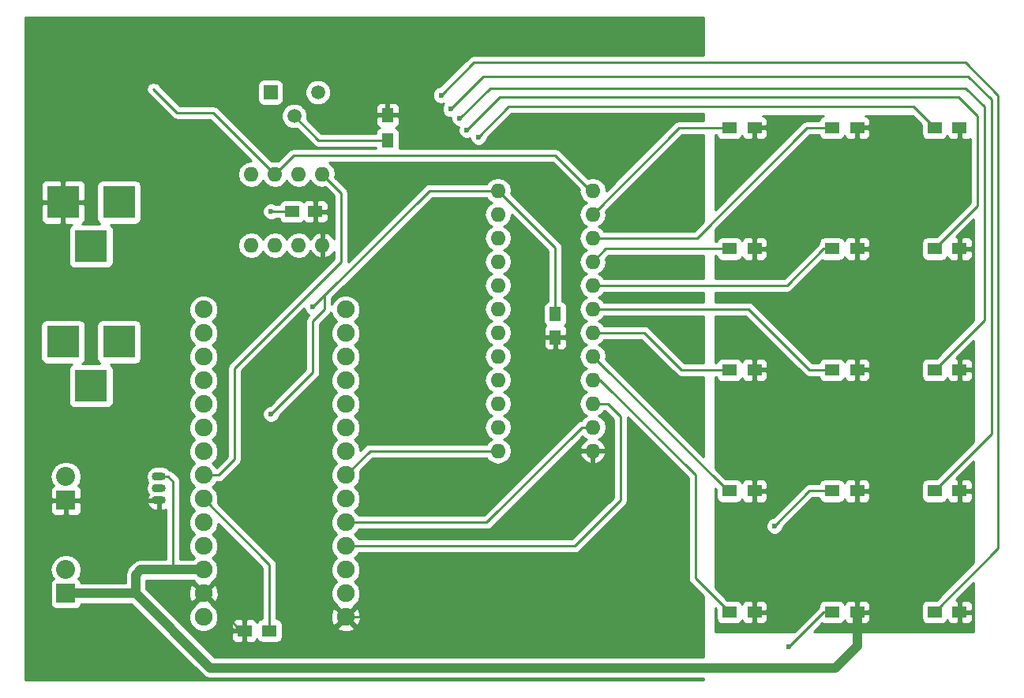
<source format=gbl>
G04 #@! TF.FileFunction,Copper,L2,Bot,Signal*
%FSLAX46Y46*%
G04 Gerber Fmt 4.6, Leading zero omitted, Abs format (unit mm)*
G04 Created by KiCad (PCBNEW 4.0.0-2.201511301920+6191~38~ubuntu14.04.1-stable) date Fri 11 Mar 2016 15:08:48 AEDT*
%MOMM*%
G01*
G04 APERTURE LIST*
%ADD10C,0.100000*%
%ADD11R,1.250000X1.500000*%
%ADD12R,1.500000X1.250000*%
%ADD13R,3.500120X3.500120*%
%ADD14R,2.032000X2.032000*%
%ADD15O,2.032000X2.032000*%
%ADD16R,1.500000X1.300000*%
%ADD17R,1.300000X1.500000*%
%ADD18C,1.510000*%
%ADD19R,1.510000X1.510000*%
%ADD20C,1.900000*%
%ADD21O,1.600000X1.600000*%
%ADD22O,1.501140X0.899160*%
%ADD23C,0.600000*%
%ADD24C,0.250000*%
%ADD25C,1.000000*%
%ADD26C,0.254000*%
G04 APERTURE END LIST*
D10*
D11*
X195000000Y-85000000D03*
X195000000Y-87500000D03*
D12*
X166750000Y-74000000D03*
X169250000Y-74000000D03*
D13*
X148200140Y-73000000D03*
X142200660Y-73000000D03*
X145200400Y-77699000D03*
X148200140Y-88000000D03*
X142200660Y-88000000D03*
X145200400Y-92699000D03*
D14*
X142500000Y-105000000D03*
D15*
X142500000Y-102460000D03*
D16*
X213650000Y-117000000D03*
X216350000Y-117000000D03*
X213650000Y-104000000D03*
X216350000Y-104000000D03*
X213650000Y-91000000D03*
X216350000Y-91000000D03*
X224650000Y-91000000D03*
X227350000Y-91000000D03*
X224650000Y-78000000D03*
X227350000Y-78000000D03*
X216350000Y-78000000D03*
X213650000Y-78000000D03*
X224650000Y-65000000D03*
X227350000Y-65000000D03*
X213650000Y-65000000D03*
X216350000Y-65000000D03*
X224650000Y-104000000D03*
X227350000Y-104000000D03*
X224650000Y-117000000D03*
X227350000Y-117000000D03*
X238350000Y-65000000D03*
X235650000Y-65000000D03*
X235650000Y-78000000D03*
X238350000Y-78000000D03*
X235650000Y-91000000D03*
X238350000Y-91000000D03*
X235650000Y-104000000D03*
X238350000Y-104000000D03*
X235650000Y-117000000D03*
X238350000Y-117000000D03*
D17*
X177000000Y-66350000D03*
X177000000Y-63650000D03*
D16*
X164350000Y-119000000D03*
X161650000Y-119000000D03*
D18*
X169530000Y-61200000D03*
D19*
X164450000Y-61200000D03*
D18*
X166990000Y-63740000D03*
D20*
X172500000Y-115000000D03*
X172500000Y-112460000D03*
X172500000Y-109920000D03*
X172500000Y-107380000D03*
X172500000Y-104840000D03*
X172500000Y-102300000D03*
X172500000Y-99760000D03*
X172500000Y-97220000D03*
X172500000Y-94680000D03*
X172500000Y-92140000D03*
X172500000Y-89600000D03*
X172500000Y-87060000D03*
X172500000Y-84520000D03*
X157260000Y-84520000D03*
X157260000Y-87060000D03*
X157260000Y-89600000D03*
X157260000Y-92140000D03*
X157260000Y-94680000D03*
X157260000Y-97220000D03*
X157260000Y-99760000D03*
X157260000Y-102300000D03*
X157260000Y-104840000D03*
X157260000Y-107380000D03*
X157260000Y-109920000D03*
X157260000Y-112460000D03*
X157260000Y-115000000D03*
X157260000Y-117540000D03*
X172500000Y-117540000D03*
D21*
X170000000Y-70000000D03*
X167460000Y-70000000D03*
X164920000Y-70000000D03*
X162380000Y-70000000D03*
X162380000Y-77620000D03*
X164920000Y-77620000D03*
X167460000Y-77620000D03*
X170000000Y-77620000D03*
X199000000Y-71750000D03*
X199000000Y-74290000D03*
X199000000Y-76830000D03*
X199000000Y-79370000D03*
X199000000Y-81910000D03*
X199000000Y-84450000D03*
X199000000Y-86990000D03*
X199000000Y-89530000D03*
X199000000Y-92070000D03*
X199000000Y-94610000D03*
X199000000Y-97150000D03*
X199000000Y-99690000D03*
X188840000Y-99690000D03*
X188840000Y-97150000D03*
X188840000Y-94610000D03*
X188840000Y-92070000D03*
X188840000Y-89530000D03*
X188840000Y-86990000D03*
X188840000Y-84450000D03*
X188840000Y-81910000D03*
X188840000Y-79370000D03*
X188840000Y-76830000D03*
X188840000Y-74290000D03*
X188840000Y-71750000D03*
D22*
X152500000Y-103730000D03*
X152500000Y-102460000D03*
X152500000Y-105000000D03*
D14*
X142500000Y-115000000D03*
D15*
X142500000Y-112460000D03*
D23*
X229500000Y-65000000D03*
X218500000Y-65000000D03*
X164500000Y-74000000D03*
X164500000Y-95750000D03*
X169000000Y-84250000D03*
X205250000Y-103000000D03*
X205250000Y-92000000D03*
X205250000Y-86000000D03*
X205250000Y-83250000D03*
X205250000Y-79750000D03*
X205250000Y-75000000D03*
X206500000Y-64250000D03*
X210000000Y-68000000D03*
X210000000Y-75000000D03*
X210000000Y-79750000D03*
X210000000Y-83250000D03*
X210000000Y-86000000D03*
X210000000Y-92000000D03*
X210000000Y-98500000D03*
X176000000Y-105000000D03*
X183500000Y-105000000D03*
X187500000Y-105000000D03*
X190000000Y-102500000D03*
X193000000Y-105000000D03*
X190500000Y-107500000D03*
X198000000Y-112000000D03*
X190500000Y-112000000D03*
X183500000Y-112000000D03*
X176000000Y-112000000D03*
X175500000Y-94000000D03*
X175500000Y-89500000D03*
X175500000Y-84000000D03*
X176500000Y-79000000D03*
X178000000Y-77500000D03*
X179500000Y-76000000D03*
X181000000Y-74500000D03*
X178500000Y-72000000D03*
X177000000Y-73500000D03*
X175500000Y-75000000D03*
X174000000Y-76500000D03*
X195000000Y-92600000D03*
X218500000Y-107750000D03*
X220000000Y-120750000D03*
X186750000Y-66000000D03*
X185500000Y-65250000D03*
X184750000Y-64000000D03*
X183750000Y-63000000D03*
X182750000Y-61500000D03*
D24*
X229500000Y-65000000D02*
X227350000Y-65000000D01*
X216350000Y-65000000D02*
X218500000Y-65000000D01*
X164500000Y-74000000D02*
X166750000Y-74000000D01*
X195000000Y-85000000D02*
X195000000Y-77910000D01*
X195000000Y-77910000D02*
X188840000Y-71750000D01*
X152500000Y-102460000D02*
X153460000Y-102460000D01*
X154000000Y-103000000D02*
X154000000Y-112460000D01*
X153460000Y-102460000D02*
X154000000Y-103000000D01*
D25*
X142500000Y-115000000D02*
X150000000Y-115000000D01*
X227350000Y-117000000D02*
X227350000Y-120650000D01*
X150540000Y-112460000D02*
X154000000Y-112460000D01*
X154000000Y-112460000D02*
X157260000Y-112460000D01*
X150000000Y-113000000D02*
X150540000Y-112460000D01*
X150000000Y-115000000D02*
X150000000Y-113000000D01*
X158000000Y-123000000D02*
X150000000Y-115000000D01*
X225000000Y-123000000D02*
X158000000Y-123000000D01*
X227350000Y-120650000D02*
X225000000Y-123000000D01*
D24*
X169000000Y-86000000D02*
X169000000Y-85750000D01*
X170250000Y-84500000D02*
X170250000Y-83000000D01*
X169000000Y-85750000D02*
X170250000Y-84500000D01*
X169000000Y-91250000D02*
X169000000Y-86000000D01*
X164500000Y-95750000D02*
X169000000Y-91250000D01*
X188840000Y-71750000D02*
X181500000Y-71750000D01*
X181500000Y-71750000D02*
X170250000Y-83000000D01*
X170250000Y-83000000D02*
X169000000Y-84250000D01*
X210000000Y-75000000D02*
X205250000Y-75000000D01*
X210000000Y-75000000D02*
X210000000Y-68000000D01*
X210000000Y-98500000D02*
X210000000Y-92000000D01*
X183500000Y-105000000D02*
X176000000Y-105000000D01*
X190000000Y-102500000D02*
X187500000Y-105000000D01*
X190500000Y-107500000D02*
X193000000Y-105000000D01*
X183500000Y-112000000D02*
X190500000Y-112000000D01*
X175460000Y-117540000D02*
X176000000Y-117000000D01*
X176000000Y-117000000D02*
X176000000Y-112000000D01*
X172500000Y-117540000D02*
X175460000Y-117540000D01*
X175500000Y-84000000D02*
X175500000Y-89500000D01*
X178000000Y-77500000D02*
X176500000Y-79000000D01*
X181000000Y-74500000D02*
X179500000Y-76000000D01*
X177000000Y-73500000D02*
X178500000Y-72000000D01*
X174000000Y-76500000D02*
X175500000Y-75000000D01*
X195000000Y-87500000D02*
X195000000Y-92600000D01*
X161650000Y-119000000D02*
X161260000Y-119000000D01*
X161260000Y-119000000D02*
X157260000Y-115000000D01*
X164350000Y-119000000D02*
X164350000Y-111930000D01*
X164350000Y-111930000D02*
X157260000Y-104840000D01*
X210000000Y-113350000D02*
X213650000Y-117000000D01*
X210000000Y-102250000D02*
X210000000Y-113350000D01*
X199820000Y-92070000D02*
X210000000Y-102250000D01*
X199000000Y-92070000D02*
X199820000Y-92070000D01*
X213650000Y-104000000D02*
X213470000Y-104000000D01*
X213470000Y-104000000D02*
X199000000Y-89530000D01*
X213650000Y-91000000D02*
X208500000Y-91000000D01*
X204490000Y-86990000D02*
X199000000Y-86990000D01*
X208500000Y-91000000D02*
X204490000Y-86990000D01*
X224650000Y-91000000D02*
X222250000Y-91000000D01*
X215700000Y-84450000D02*
X199000000Y-84450000D01*
X222250000Y-91000000D02*
X215700000Y-84450000D01*
X224650000Y-78000000D02*
X223750000Y-78000000D01*
X219840000Y-81910000D02*
X199000000Y-81910000D01*
X223750000Y-78000000D02*
X219840000Y-81910000D01*
X213650000Y-78000000D02*
X200370000Y-78000000D01*
X200370000Y-78000000D02*
X199000000Y-79370000D01*
X224650000Y-65000000D02*
X222000000Y-65000000D01*
X210170000Y-76830000D02*
X199000000Y-76830000D01*
X222000000Y-65000000D02*
X210170000Y-76830000D01*
X213650000Y-65000000D02*
X208290000Y-65000000D01*
X208290000Y-65000000D02*
X199000000Y-74290000D01*
X224650000Y-104000000D02*
X222250000Y-104000000D01*
X222250000Y-104000000D02*
X218500000Y-107750000D01*
X220000000Y-120750000D02*
X223750000Y-117000000D01*
X223750000Y-117000000D02*
X224650000Y-117000000D01*
X233400000Y-62750000D02*
X235650000Y-65000000D01*
X190000000Y-62750000D02*
X233400000Y-62750000D01*
X186750000Y-66000000D02*
X190000000Y-62750000D01*
X240250000Y-73400000D02*
X235650000Y-78000000D01*
X240250000Y-63750000D02*
X240250000Y-73400000D01*
X238250000Y-61750000D02*
X240250000Y-63750000D01*
X189000000Y-61750000D02*
X238250000Y-61750000D01*
X185500000Y-65250000D02*
X189000000Y-61750000D01*
X241000000Y-85650000D02*
X235650000Y-91000000D01*
X241000000Y-62750000D02*
X241000000Y-85650000D01*
X239000000Y-60750000D02*
X241000000Y-62750000D01*
X188000000Y-60750000D02*
X239000000Y-60750000D01*
X184750000Y-64000000D02*
X188000000Y-60750000D01*
X241750000Y-97900000D02*
X235650000Y-104000000D01*
X241750000Y-62000000D02*
X241750000Y-97900000D01*
X239250000Y-59500000D02*
X241750000Y-62000000D01*
X187250000Y-59500000D02*
X239250000Y-59500000D01*
X183750000Y-63000000D02*
X187250000Y-59500000D01*
X242500000Y-110150000D02*
X235650000Y-117000000D01*
X242500000Y-61500000D02*
X242500000Y-110150000D01*
X239000000Y-58000000D02*
X242500000Y-61500000D01*
X186250000Y-58000000D02*
X239000000Y-58000000D01*
X182750000Y-61500000D02*
X186250000Y-58000000D01*
X177000000Y-66350000D02*
X169600000Y-66350000D01*
X169600000Y-66350000D02*
X166990000Y-63740000D01*
X157260000Y-102300000D02*
X158900000Y-102300000D01*
X172000000Y-72000000D02*
X170000000Y-70000000D01*
X160600000Y-90800000D02*
X172000000Y-79400000D01*
X160600000Y-100600000D02*
X160600000Y-90800000D01*
X172000000Y-79400000D02*
X172000000Y-72000000D01*
X158900000Y-102300000D02*
X160600000Y-100600000D01*
X154440000Y-63390000D02*
X158310000Y-63390000D01*
X158310000Y-63390000D02*
X164920000Y-70000000D01*
X151900000Y-60850000D02*
X154440000Y-63390000D01*
X199000000Y-71750000D02*
X198750000Y-71750000D01*
X198750000Y-71750000D02*
X195000000Y-68000000D01*
X166920000Y-68000000D02*
X164920000Y-70000000D01*
X195000000Y-68000000D02*
X166920000Y-68000000D01*
X199000000Y-94610000D02*
X200610000Y-94610000D01*
X197080000Y-109920000D02*
X172500000Y-109920000D01*
X202000000Y-105000000D02*
X197080000Y-109920000D01*
X202000000Y-96000000D02*
X202000000Y-105000000D01*
X200610000Y-94610000D02*
X202000000Y-96000000D01*
X199000000Y-97150000D02*
X197850000Y-97150000D01*
X187620000Y-107380000D02*
X172500000Y-107380000D01*
X197850000Y-97150000D02*
X187620000Y-107380000D01*
X188840000Y-99690000D02*
X175110000Y-99690000D01*
X175110000Y-99690000D02*
X172500000Y-102300000D01*
D26*
G36*
X234252560Y-64677362D02*
X234252560Y-65650000D01*
X234296838Y-65885317D01*
X234435910Y-66101441D01*
X234648110Y-66246431D01*
X234900000Y-66297440D01*
X236400000Y-66297440D01*
X236635317Y-66253162D01*
X236851441Y-66114090D01*
X236996431Y-65901890D01*
X237003191Y-65868510D01*
X237061673Y-66009699D01*
X237240302Y-66188327D01*
X237473691Y-66285000D01*
X238064250Y-66285000D01*
X238223000Y-66126250D01*
X238223000Y-65127000D01*
X238203000Y-65127000D01*
X238203000Y-64873000D01*
X238223000Y-64873000D01*
X238223000Y-64853000D01*
X238477000Y-64853000D01*
X238477000Y-64873000D01*
X238497000Y-64873000D01*
X238497000Y-65127000D01*
X238477000Y-65127000D01*
X238477000Y-66126250D01*
X238635750Y-66285000D01*
X239226309Y-66285000D01*
X239459698Y-66188327D01*
X239490000Y-66158025D01*
X239490000Y-73085198D01*
X235872638Y-76702560D01*
X234900000Y-76702560D01*
X234664683Y-76746838D01*
X234448559Y-76885910D01*
X234303569Y-77098110D01*
X234252560Y-77350000D01*
X234252560Y-78650000D01*
X234296838Y-78885317D01*
X234435910Y-79101441D01*
X234648110Y-79246431D01*
X234900000Y-79297440D01*
X236400000Y-79297440D01*
X236635317Y-79253162D01*
X236851441Y-79114090D01*
X236996431Y-78901890D01*
X237003191Y-78868510D01*
X237061673Y-79009699D01*
X237240302Y-79188327D01*
X237473691Y-79285000D01*
X238064250Y-79285000D01*
X238223000Y-79126250D01*
X238223000Y-78127000D01*
X238477000Y-78127000D01*
X238477000Y-79126250D01*
X238635750Y-79285000D01*
X239226309Y-79285000D01*
X239459698Y-79188327D01*
X239638327Y-79009699D01*
X239735000Y-78776310D01*
X239735000Y-78285750D01*
X239576250Y-78127000D01*
X238477000Y-78127000D01*
X238223000Y-78127000D01*
X238203000Y-78127000D01*
X238203000Y-77873000D01*
X238223000Y-77873000D01*
X238223000Y-76873750D01*
X238477000Y-76873750D01*
X238477000Y-77873000D01*
X239576250Y-77873000D01*
X239735000Y-77714250D01*
X239735000Y-77223690D01*
X239638327Y-76990301D01*
X239459698Y-76811673D01*
X239226309Y-76715000D01*
X238635750Y-76715000D01*
X238477000Y-76873750D01*
X238223000Y-76873750D01*
X238064250Y-76715000D01*
X238009802Y-76715000D01*
X239873000Y-74851802D01*
X239873000Y-85702198D01*
X235872638Y-89702560D01*
X234900000Y-89702560D01*
X234664683Y-89746838D01*
X234448559Y-89885910D01*
X234303569Y-90098110D01*
X234252560Y-90350000D01*
X234252560Y-91650000D01*
X234296838Y-91885317D01*
X234435910Y-92101441D01*
X234648110Y-92246431D01*
X234900000Y-92297440D01*
X236400000Y-92297440D01*
X236635317Y-92253162D01*
X236851441Y-92114090D01*
X236996431Y-91901890D01*
X237003191Y-91868510D01*
X237061673Y-92009699D01*
X237240302Y-92188327D01*
X237473691Y-92285000D01*
X238064250Y-92285000D01*
X238223000Y-92126250D01*
X238223000Y-91127000D01*
X238477000Y-91127000D01*
X238477000Y-92126250D01*
X238635750Y-92285000D01*
X239226309Y-92285000D01*
X239459698Y-92188327D01*
X239638327Y-92009699D01*
X239735000Y-91776310D01*
X239735000Y-91285750D01*
X239576250Y-91127000D01*
X238477000Y-91127000D01*
X238223000Y-91127000D01*
X238203000Y-91127000D01*
X238203000Y-90873000D01*
X238223000Y-90873000D01*
X238223000Y-89873750D01*
X238477000Y-89873750D01*
X238477000Y-90873000D01*
X239576250Y-90873000D01*
X239735000Y-90714250D01*
X239735000Y-90223690D01*
X239638327Y-89990301D01*
X239459698Y-89811673D01*
X239226309Y-89715000D01*
X238635750Y-89715000D01*
X238477000Y-89873750D01*
X238223000Y-89873750D01*
X238064250Y-89715000D01*
X238009802Y-89715000D01*
X239873000Y-87851802D01*
X239873000Y-98702198D01*
X235872638Y-102702560D01*
X234900000Y-102702560D01*
X234664683Y-102746838D01*
X234448559Y-102885910D01*
X234303569Y-103098110D01*
X234252560Y-103350000D01*
X234252560Y-104650000D01*
X234296838Y-104885317D01*
X234435910Y-105101441D01*
X234648110Y-105246431D01*
X234900000Y-105297440D01*
X236400000Y-105297440D01*
X236635317Y-105253162D01*
X236851441Y-105114090D01*
X236996431Y-104901890D01*
X237003191Y-104868510D01*
X237061673Y-105009699D01*
X237240302Y-105188327D01*
X237473691Y-105285000D01*
X238064250Y-105285000D01*
X238223000Y-105126250D01*
X238223000Y-104127000D01*
X238477000Y-104127000D01*
X238477000Y-105126250D01*
X238635750Y-105285000D01*
X239226309Y-105285000D01*
X239459698Y-105188327D01*
X239638327Y-105009699D01*
X239735000Y-104776310D01*
X239735000Y-104285750D01*
X239576250Y-104127000D01*
X238477000Y-104127000D01*
X238223000Y-104127000D01*
X238203000Y-104127000D01*
X238203000Y-103873000D01*
X238223000Y-103873000D01*
X238223000Y-102873750D01*
X238477000Y-102873750D01*
X238477000Y-103873000D01*
X239576250Y-103873000D01*
X239735000Y-103714250D01*
X239735000Y-103223690D01*
X239638327Y-102990301D01*
X239459698Y-102811673D01*
X239226309Y-102715000D01*
X238635750Y-102715000D01*
X238477000Y-102873750D01*
X238223000Y-102873750D01*
X238064250Y-102715000D01*
X238009802Y-102715000D01*
X239873000Y-100851802D01*
X239873000Y-111702198D01*
X235872638Y-115702560D01*
X234900000Y-115702560D01*
X234664683Y-115746838D01*
X234448559Y-115885910D01*
X234303569Y-116098110D01*
X234252560Y-116350000D01*
X234252560Y-117650000D01*
X234296838Y-117885317D01*
X234435910Y-118101441D01*
X234648110Y-118246431D01*
X234900000Y-118297440D01*
X236400000Y-118297440D01*
X236635317Y-118253162D01*
X236851441Y-118114090D01*
X236996431Y-117901890D01*
X237003191Y-117868510D01*
X237061673Y-118009699D01*
X237240302Y-118188327D01*
X237473691Y-118285000D01*
X238064250Y-118285000D01*
X238223000Y-118126250D01*
X238223000Y-117127000D01*
X238477000Y-117127000D01*
X238477000Y-118126250D01*
X238635750Y-118285000D01*
X239226309Y-118285000D01*
X239459698Y-118188327D01*
X239638327Y-118009699D01*
X239735000Y-117776310D01*
X239735000Y-117285750D01*
X239576250Y-117127000D01*
X238477000Y-117127000D01*
X238223000Y-117127000D01*
X238203000Y-117127000D01*
X238203000Y-116873000D01*
X238223000Y-116873000D01*
X238223000Y-115873750D01*
X238477000Y-115873750D01*
X238477000Y-116873000D01*
X239576250Y-116873000D01*
X239735000Y-116714250D01*
X239735000Y-116223690D01*
X239638327Y-115990301D01*
X239459698Y-115811673D01*
X239226309Y-115715000D01*
X238635750Y-115715000D01*
X238477000Y-115873750D01*
X238223000Y-115873750D01*
X238064250Y-115715000D01*
X238009802Y-115715000D01*
X239873000Y-113851802D01*
X239873000Y-119073000D01*
X222751802Y-119073000D01*
X223606679Y-118218123D01*
X223648110Y-118246431D01*
X223900000Y-118297440D01*
X225400000Y-118297440D01*
X225635317Y-118253162D01*
X225851441Y-118114090D01*
X225996431Y-117901890D01*
X226003191Y-117868510D01*
X226061673Y-118009699D01*
X226240302Y-118188327D01*
X226473691Y-118285000D01*
X227064250Y-118285000D01*
X227223000Y-118126250D01*
X227223000Y-117127000D01*
X227477000Y-117127000D01*
X227477000Y-118126250D01*
X227635750Y-118285000D01*
X228226309Y-118285000D01*
X228459698Y-118188327D01*
X228638327Y-118009699D01*
X228735000Y-117776310D01*
X228735000Y-117285750D01*
X228576250Y-117127000D01*
X227477000Y-117127000D01*
X227223000Y-117127000D01*
X227203000Y-117127000D01*
X227203000Y-116873000D01*
X227223000Y-116873000D01*
X227223000Y-115873750D01*
X227477000Y-115873750D01*
X227477000Y-116873000D01*
X228576250Y-116873000D01*
X228735000Y-116714250D01*
X228735000Y-116223690D01*
X228638327Y-115990301D01*
X228459698Y-115811673D01*
X228226309Y-115715000D01*
X227635750Y-115715000D01*
X227477000Y-115873750D01*
X227223000Y-115873750D01*
X227064250Y-115715000D01*
X226473691Y-115715000D01*
X226240302Y-115811673D01*
X226061673Y-115990301D01*
X226005346Y-116126287D01*
X226003162Y-116114683D01*
X225864090Y-115898559D01*
X225651890Y-115753569D01*
X225400000Y-115702560D01*
X223900000Y-115702560D01*
X223664683Y-115746838D01*
X223448559Y-115885910D01*
X223303569Y-116098110D01*
X223252560Y-116350000D01*
X223252560Y-116435898D01*
X223212599Y-116462599D01*
X220602198Y-119073000D01*
X212127000Y-119073000D01*
X212127000Y-116551803D01*
X212252560Y-116677363D01*
X212252560Y-117650000D01*
X212296838Y-117885317D01*
X212435910Y-118101441D01*
X212648110Y-118246431D01*
X212900000Y-118297440D01*
X214400000Y-118297440D01*
X214635317Y-118253162D01*
X214851441Y-118114090D01*
X214996431Y-117901890D01*
X215003191Y-117868510D01*
X215061673Y-118009699D01*
X215240302Y-118188327D01*
X215473691Y-118285000D01*
X216064250Y-118285000D01*
X216223000Y-118126250D01*
X216223000Y-117127000D01*
X216477000Y-117127000D01*
X216477000Y-118126250D01*
X216635750Y-118285000D01*
X217226309Y-118285000D01*
X217459698Y-118188327D01*
X217638327Y-118009699D01*
X217735000Y-117776310D01*
X217735000Y-117285750D01*
X217576250Y-117127000D01*
X216477000Y-117127000D01*
X216223000Y-117127000D01*
X216203000Y-117127000D01*
X216203000Y-116873000D01*
X216223000Y-116873000D01*
X216223000Y-115873750D01*
X216477000Y-115873750D01*
X216477000Y-116873000D01*
X217576250Y-116873000D01*
X217735000Y-116714250D01*
X217735000Y-116223690D01*
X217638327Y-115990301D01*
X217459698Y-115811673D01*
X217226309Y-115715000D01*
X216635750Y-115715000D01*
X216477000Y-115873750D01*
X216223000Y-115873750D01*
X216064250Y-115715000D01*
X215473691Y-115715000D01*
X215240302Y-115811673D01*
X215061673Y-115990301D01*
X215005346Y-116126287D01*
X215003162Y-116114683D01*
X214864090Y-115898559D01*
X214651890Y-115753569D01*
X214400000Y-115702560D01*
X213427363Y-115702560D01*
X212127000Y-114402197D01*
X212127000Y-107935167D01*
X217564838Y-107935167D01*
X217706883Y-108278943D01*
X217969673Y-108542192D01*
X218313201Y-108684838D01*
X218685167Y-108685162D01*
X219028943Y-108543117D01*
X219292192Y-108280327D01*
X219434838Y-107936799D01*
X219434879Y-107889923D01*
X222564802Y-104760000D01*
X223273258Y-104760000D01*
X223296838Y-104885317D01*
X223435910Y-105101441D01*
X223648110Y-105246431D01*
X223900000Y-105297440D01*
X225400000Y-105297440D01*
X225635317Y-105253162D01*
X225851441Y-105114090D01*
X225996431Y-104901890D01*
X226003191Y-104868510D01*
X226061673Y-105009699D01*
X226240302Y-105188327D01*
X226473691Y-105285000D01*
X227064250Y-105285000D01*
X227223000Y-105126250D01*
X227223000Y-104127000D01*
X227477000Y-104127000D01*
X227477000Y-105126250D01*
X227635750Y-105285000D01*
X228226309Y-105285000D01*
X228459698Y-105188327D01*
X228638327Y-105009699D01*
X228735000Y-104776310D01*
X228735000Y-104285750D01*
X228576250Y-104127000D01*
X227477000Y-104127000D01*
X227223000Y-104127000D01*
X227203000Y-104127000D01*
X227203000Y-103873000D01*
X227223000Y-103873000D01*
X227223000Y-102873750D01*
X227477000Y-102873750D01*
X227477000Y-103873000D01*
X228576250Y-103873000D01*
X228735000Y-103714250D01*
X228735000Y-103223690D01*
X228638327Y-102990301D01*
X228459698Y-102811673D01*
X228226309Y-102715000D01*
X227635750Y-102715000D01*
X227477000Y-102873750D01*
X227223000Y-102873750D01*
X227064250Y-102715000D01*
X226473691Y-102715000D01*
X226240302Y-102811673D01*
X226061673Y-102990301D01*
X226005346Y-103126287D01*
X226003162Y-103114683D01*
X225864090Y-102898559D01*
X225651890Y-102753569D01*
X225400000Y-102702560D01*
X223900000Y-102702560D01*
X223664683Y-102746838D01*
X223448559Y-102885910D01*
X223303569Y-103098110D01*
X223274836Y-103240000D01*
X222250000Y-103240000D01*
X221959161Y-103297852D01*
X221712599Y-103462599D01*
X218360320Y-106814878D01*
X218314833Y-106814838D01*
X217971057Y-106956883D01*
X217707808Y-107219673D01*
X217565162Y-107563201D01*
X217564838Y-107935167D01*
X212127000Y-107935167D01*
X212127000Y-103731802D01*
X212252560Y-103857362D01*
X212252560Y-104650000D01*
X212296838Y-104885317D01*
X212435910Y-105101441D01*
X212648110Y-105246431D01*
X212900000Y-105297440D01*
X214400000Y-105297440D01*
X214635317Y-105253162D01*
X214851441Y-105114090D01*
X214996431Y-104901890D01*
X215003191Y-104868510D01*
X215061673Y-105009699D01*
X215240302Y-105188327D01*
X215473691Y-105285000D01*
X216064250Y-105285000D01*
X216223000Y-105126250D01*
X216223000Y-104127000D01*
X216477000Y-104127000D01*
X216477000Y-105126250D01*
X216635750Y-105285000D01*
X217226309Y-105285000D01*
X217459698Y-105188327D01*
X217638327Y-105009699D01*
X217735000Y-104776310D01*
X217735000Y-104285750D01*
X217576250Y-104127000D01*
X216477000Y-104127000D01*
X216223000Y-104127000D01*
X216203000Y-104127000D01*
X216203000Y-103873000D01*
X216223000Y-103873000D01*
X216223000Y-102873750D01*
X216477000Y-102873750D01*
X216477000Y-103873000D01*
X217576250Y-103873000D01*
X217735000Y-103714250D01*
X217735000Y-103223690D01*
X217638327Y-102990301D01*
X217459698Y-102811673D01*
X217226309Y-102715000D01*
X216635750Y-102715000D01*
X216477000Y-102873750D01*
X216223000Y-102873750D01*
X216064250Y-102715000D01*
X215473691Y-102715000D01*
X215240302Y-102811673D01*
X215061673Y-102990301D01*
X215005346Y-103126287D01*
X215003162Y-103114683D01*
X214864090Y-102898559D01*
X214651890Y-102753569D01*
X214400000Y-102702560D01*
X213247362Y-102702560D01*
X212127000Y-101582198D01*
X212127000Y-91760000D01*
X212273258Y-91760000D01*
X212296838Y-91885317D01*
X212435910Y-92101441D01*
X212648110Y-92246431D01*
X212900000Y-92297440D01*
X214400000Y-92297440D01*
X214635317Y-92253162D01*
X214851441Y-92114090D01*
X214996431Y-91901890D01*
X215003191Y-91868510D01*
X215061673Y-92009699D01*
X215240302Y-92188327D01*
X215473691Y-92285000D01*
X216064250Y-92285000D01*
X216223000Y-92126250D01*
X216223000Y-91127000D01*
X216477000Y-91127000D01*
X216477000Y-92126250D01*
X216635750Y-92285000D01*
X217226309Y-92285000D01*
X217459698Y-92188327D01*
X217638327Y-92009699D01*
X217735000Y-91776310D01*
X217735000Y-91285750D01*
X217576250Y-91127000D01*
X216477000Y-91127000D01*
X216223000Y-91127000D01*
X216203000Y-91127000D01*
X216203000Y-90873000D01*
X216223000Y-90873000D01*
X216223000Y-89873750D01*
X216477000Y-89873750D01*
X216477000Y-90873000D01*
X217576250Y-90873000D01*
X217735000Y-90714250D01*
X217735000Y-90223690D01*
X217638327Y-89990301D01*
X217459698Y-89811673D01*
X217226309Y-89715000D01*
X216635750Y-89715000D01*
X216477000Y-89873750D01*
X216223000Y-89873750D01*
X216064250Y-89715000D01*
X215473691Y-89715000D01*
X215240302Y-89811673D01*
X215061673Y-89990301D01*
X215005346Y-90126287D01*
X215003162Y-90114683D01*
X214864090Y-89898559D01*
X214651890Y-89753569D01*
X214400000Y-89702560D01*
X212900000Y-89702560D01*
X212664683Y-89746838D01*
X212448559Y-89885910D01*
X212303569Y-90098110D01*
X212274836Y-90240000D01*
X212127000Y-90240000D01*
X212127000Y-85210000D01*
X215385198Y-85210000D01*
X221712599Y-91537401D01*
X221959161Y-91702148D01*
X222250000Y-91760000D01*
X223273258Y-91760000D01*
X223296838Y-91885317D01*
X223435910Y-92101441D01*
X223648110Y-92246431D01*
X223900000Y-92297440D01*
X225400000Y-92297440D01*
X225635317Y-92253162D01*
X225851441Y-92114090D01*
X225996431Y-91901890D01*
X226003191Y-91868510D01*
X226061673Y-92009699D01*
X226240302Y-92188327D01*
X226473691Y-92285000D01*
X227064250Y-92285000D01*
X227223000Y-92126250D01*
X227223000Y-91127000D01*
X227477000Y-91127000D01*
X227477000Y-92126250D01*
X227635750Y-92285000D01*
X228226309Y-92285000D01*
X228459698Y-92188327D01*
X228638327Y-92009699D01*
X228735000Y-91776310D01*
X228735000Y-91285750D01*
X228576250Y-91127000D01*
X227477000Y-91127000D01*
X227223000Y-91127000D01*
X227203000Y-91127000D01*
X227203000Y-90873000D01*
X227223000Y-90873000D01*
X227223000Y-89873750D01*
X227477000Y-89873750D01*
X227477000Y-90873000D01*
X228576250Y-90873000D01*
X228735000Y-90714250D01*
X228735000Y-90223690D01*
X228638327Y-89990301D01*
X228459698Y-89811673D01*
X228226309Y-89715000D01*
X227635750Y-89715000D01*
X227477000Y-89873750D01*
X227223000Y-89873750D01*
X227064250Y-89715000D01*
X226473691Y-89715000D01*
X226240302Y-89811673D01*
X226061673Y-89990301D01*
X226005346Y-90126287D01*
X226003162Y-90114683D01*
X225864090Y-89898559D01*
X225651890Y-89753569D01*
X225400000Y-89702560D01*
X223900000Y-89702560D01*
X223664683Y-89746838D01*
X223448559Y-89885910D01*
X223303569Y-90098110D01*
X223274836Y-90240000D01*
X222564802Y-90240000D01*
X216237401Y-83912599D01*
X215990839Y-83747852D01*
X215700000Y-83690000D01*
X212127000Y-83690000D01*
X212127000Y-82670000D01*
X219840000Y-82670000D01*
X220130839Y-82612148D01*
X220377401Y-82447401D01*
X223606679Y-79218123D01*
X223648110Y-79246431D01*
X223900000Y-79297440D01*
X225400000Y-79297440D01*
X225635317Y-79253162D01*
X225851441Y-79114090D01*
X225996431Y-78901890D01*
X226003191Y-78868510D01*
X226061673Y-79009699D01*
X226240302Y-79188327D01*
X226473691Y-79285000D01*
X227064250Y-79285000D01*
X227223000Y-79126250D01*
X227223000Y-78127000D01*
X227477000Y-78127000D01*
X227477000Y-79126250D01*
X227635750Y-79285000D01*
X228226309Y-79285000D01*
X228459698Y-79188327D01*
X228638327Y-79009699D01*
X228735000Y-78776310D01*
X228735000Y-78285750D01*
X228576250Y-78127000D01*
X227477000Y-78127000D01*
X227223000Y-78127000D01*
X227203000Y-78127000D01*
X227203000Y-77873000D01*
X227223000Y-77873000D01*
X227223000Y-76873750D01*
X227477000Y-76873750D01*
X227477000Y-77873000D01*
X228576250Y-77873000D01*
X228735000Y-77714250D01*
X228735000Y-77223690D01*
X228638327Y-76990301D01*
X228459698Y-76811673D01*
X228226309Y-76715000D01*
X227635750Y-76715000D01*
X227477000Y-76873750D01*
X227223000Y-76873750D01*
X227064250Y-76715000D01*
X226473691Y-76715000D01*
X226240302Y-76811673D01*
X226061673Y-76990301D01*
X226005346Y-77126287D01*
X226003162Y-77114683D01*
X225864090Y-76898559D01*
X225651890Y-76753569D01*
X225400000Y-76702560D01*
X223900000Y-76702560D01*
X223664683Y-76746838D01*
X223448559Y-76885910D01*
X223303569Y-77098110D01*
X223252560Y-77350000D01*
X223252560Y-77435898D01*
X223212599Y-77462599D01*
X219525198Y-81150000D01*
X212127000Y-81150000D01*
X212127000Y-78760000D01*
X212273258Y-78760000D01*
X212296838Y-78885317D01*
X212435910Y-79101441D01*
X212648110Y-79246431D01*
X212900000Y-79297440D01*
X214400000Y-79297440D01*
X214635317Y-79253162D01*
X214851441Y-79114090D01*
X214996431Y-78901890D01*
X215003191Y-78868510D01*
X215061673Y-79009699D01*
X215240302Y-79188327D01*
X215473691Y-79285000D01*
X216064250Y-79285000D01*
X216223000Y-79126250D01*
X216223000Y-78127000D01*
X216477000Y-78127000D01*
X216477000Y-79126250D01*
X216635750Y-79285000D01*
X217226309Y-79285000D01*
X217459698Y-79188327D01*
X217638327Y-79009699D01*
X217735000Y-78776310D01*
X217735000Y-78285750D01*
X217576250Y-78127000D01*
X216477000Y-78127000D01*
X216223000Y-78127000D01*
X216203000Y-78127000D01*
X216203000Y-77873000D01*
X216223000Y-77873000D01*
X216223000Y-76873750D01*
X216477000Y-76873750D01*
X216477000Y-77873000D01*
X217576250Y-77873000D01*
X217735000Y-77714250D01*
X217735000Y-77223690D01*
X217638327Y-76990301D01*
X217459698Y-76811673D01*
X217226309Y-76715000D01*
X216635750Y-76715000D01*
X216477000Y-76873750D01*
X216223000Y-76873750D01*
X216064250Y-76715000D01*
X215473691Y-76715000D01*
X215240302Y-76811673D01*
X215061673Y-76990301D01*
X215005346Y-77126287D01*
X215003162Y-77114683D01*
X214864090Y-76898559D01*
X214651890Y-76753569D01*
X214400000Y-76702560D01*
X212900000Y-76702560D01*
X212664683Y-76746838D01*
X212448559Y-76885910D01*
X212303569Y-77098110D01*
X212274836Y-77240000D01*
X212127000Y-77240000D01*
X212127000Y-75947802D01*
X222314802Y-65760000D01*
X223273258Y-65760000D01*
X223296838Y-65885317D01*
X223435910Y-66101441D01*
X223648110Y-66246431D01*
X223900000Y-66297440D01*
X225400000Y-66297440D01*
X225635317Y-66253162D01*
X225851441Y-66114090D01*
X225996431Y-65901890D01*
X226003191Y-65868510D01*
X226061673Y-66009699D01*
X226240302Y-66188327D01*
X226473691Y-66285000D01*
X227064250Y-66285000D01*
X227223000Y-66126250D01*
X227223000Y-65127000D01*
X227477000Y-65127000D01*
X227477000Y-66126250D01*
X227635750Y-66285000D01*
X228226309Y-66285000D01*
X228459698Y-66188327D01*
X228638327Y-66009699D01*
X228735000Y-65776310D01*
X228735000Y-65285750D01*
X228576250Y-65127000D01*
X227477000Y-65127000D01*
X227223000Y-65127000D01*
X227203000Y-65127000D01*
X227203000Y-64873000D01*
X227223000Y-64873000D01*
X227223000Y-64853000D01*
X227477000Y-64853000D01*
X227477000Y-64873000D01*
X228576250Y-64873000D01*
X228735000Y-64714250D01*
X228735000Y-64223690D01*
X228638327Y-63990301D01*
X228459698Y-63811673D01*
X228255280Y-63727000D01*
X233302198Y-63727000D01*
X234252560Y-64677362D01*
X234252560Y-64677362D01*
G37*
X234252560Y-64677362D02*
X234252560Y-65650000D01*
X234296838Y-65885317D01*
X234435910Y-66101441D01*
X234648110Y-66246431D01*
X234900000Y-66297440D01*
X236400000Y-66297440D01*
X236635317Y-66253162D01*
X236851441Y-66114090D01*
X236996431Y-65901890D01*
X237003191Y-65868510D01*
X237061673Y-66009699D01*
X237240302Y-66188327D01*
X237473691Y-66285000D01*
X238064250Y-66285000D01*
X238223000Y-66126250D01*
X238223000Y-65127000D01*
X238203000Y-65127000D01*
X238203000Y-64873000D01*
X238223000Y-64873000D01*
X238223000Y-64853000D01*
X238477000Y-64853000D01*
X238477000Y-64873000D01*
X238497000Y-64873000D01*
X238497000Y-65127000D01*
X238477000Y-65127000D01*
X238477000Y-66126250D01*
X238635750Y-66285000D01*
X239226309Y-66285000D01*
X239459698Y-66188327D01*
X239490000Y-66158025D01*
X239490000Y-73085198D01*
X235872638Y-76702560D01*
X234900000Y-76702560D01*
X234664683Y-76746838D01*
X234448559Y-76885910D01*
X234303569Y-77098110D01*
X234252560Y-77350000D01*
X234252560Y-78650000D01*
X234296838Y-78885317D01*
X234435910Y-79101441D01*
X234648110Y-79246431D01*
X234900000Y-79297440D01*
X236400000Y-79297440D01*
X236635317Y-79253162D01*
X236851441Y-79114090D01*
X236996431Y-78901890D01*
X237003191Y-78868510D01*
X237061673Y-79009699D01*
X237240302Y-79188327D01*
X237473691Y-79285000D01*
X238064250Y-79285000D01*
X238223000Y-79126250D01*
X238223000Y-78127000D01*
X238477000Y-78127000D01*
X238477000Y-79126250D01*
X238635750Y-79285000D01*
X239226309Y-79285000D01*
X239459698Y-79188327D01*
X239638327Y-79009699D01*
X239735000Y-78776310D01*
X239735000Y-78285750D01*
X239576250Y-78127000D01*
X238477000Y-78127000D01*
X238223000Y-78127000D01*
X238203000Y-78127000D01*
X238203000Y-77873000D01*
X238223000Y-77873000D01*
X238223000Y-76873750D01*
X238477000Y-76873750D01*
X238477000Y-77873000D01*
X239576250Y-77873000D01*
X239735000Y-77714250D01*
X239735000Y-77223690D01*
X239638327Y-76990301D01*
X239459698Y-76811673D01*
X239226309Y-76715000D01*
X238635750Y-76715000D01*
X238477000Y-76873750D01*
X238223000Y-76873750D01*
X238064250Y-76715000D01*
X238009802Y-76715000D01*
X239873000Y-74851802D01*
X239873000Y-85702198D01*
X235872638Y-89702560D01*
X234900000Y-89702560D01*
X234664683Y-89746838D01*
X234448559Y-89885910D01*
X234303569Y-90098110D01*
X234252560Y-90350000D01*
X234252560Y-91650000D01*
X234296838Y-91885317D01*
X234435910Y-92101441D01*
X234648110Y-92246431D01*
X234900000Y-92297440D01*
X236400000Y-92297440D01*
X236635317Y-92253162D01*
X236851441Y-92114090D01*
X236996431Y-91901890D01*
X237003191Y-91868510D01*
X237061673Y-92009699D01*
X237240302Y-92188327D01*
X237473691Y-92285000D01*
X238064250Y-92285000D01*
X238223000Y-92126250D01*
X238223000Y-91127000D01*
X238477000Y-91127000D01*
X238477000Y-92126250D01*
X238635750Y-92285000D01*
X239226309Y-92285000D01*
X239459698Y-92188327D01*
X239638327Y-92009699D01*
X239735000Y-91776310D01*
X239735000Y-91285750D01*
X239576250Y-91127000D01*
X238477000Y-91127000D01*
X238223000Y-91127000D01*
X238203000Y-91127000D01*
X238203000Y-90873000D01*
X238223000Y-90873000D01*
X238223000Y-89873750D01*
X238477000Y-89873750D01*
X238477000Y-90873000D01*
X239576250Y-90873000D01*
X239735000Y-90714250D01*
X239735000Y-90223690D01*
X239638327Y-89990301D01*
X239459698Y-89811673D01*
X239226309Y-89715000D01*
X238635750Y-89715000D01*
X238477000Y-89873750D01*
X238223000Y-89873750D01*
X238064250Y-89715000D01*
X238009802Y-89715000D01*
X239873000Y-87851802D01*
X239873000Y-98702198D01*
X235872638Y-102702560D01*
X234900000Y-102702560D01*
X234664683Y-102746838D01*
X234448559Y-102885910D01*
X234303569Y-103098110D01*
X234252560Y-103350000D01*
X234252560Y-104650000D01*
X234296838Y-104885317D01*
X234435910Y-105101441D01*
X234648110Y-105246431D01*
X234900000Y-105297440D01*
X236400000Y-105297440D01*
X236635317Y-105253162D01*
X236851441Y-105114090D01*
X236996431Y-104901890D01*
X237003191Y-104868510D01*
X237061673Y-105009699D01*
X237240302Y-105188327D01*
X237473691Y-105285000D01*
X238064250Y-105285000D01*
X238223000Y-105126250D01*
X238223000Y-104127000D01*
X238477000Y-104127000D01*
X238477000Y-105126250D01*
X238635750Y-105285000D01*
X239226309Y-105285000D01*
X239459698Y-105188327D01*
X239638327Y-105009699D01*
X239735000Y-104776310D01*
X239735000Y-104285750D01*
X239576250Y-104127000D01*
X238477000Y-104127000D01*
X238223000Y-104127000D01*
X238203000Y-104127000D01*
X238203000Y-103873000D01*
X238223000Y-103873000D01*
X238223000Y-102873750D01*
X238477000Y-102873750D01*
X238477000Y-103873000D01*
X239576250Y-103873000D01*
X239735000Y-103714250D01*
X239735000Y-103223690D01*
X239638327Y-102990301D01*
X239459698Y-102811673D01*
X239226309Y-102715000D01*
X238635750Y-102715000D01*
X238477000Y-102873750D01*
X238223000Y-102873750D01*
X238064250Y-102715000D01*
X238009802Y-102715000D01*
X239873000Y-100851802D01*
X239873000Y-111702198D01*
X235872638Y-115702560D01*
X234900000Y-115702560D01*
X234664683Y-115746838D01*
X234448559Y-115885910D01*
X234303569Y-116098110D01*
X234252560Y-116350000D01*
X234252560Y-117650000D01*
X234296838Y-117885317D01*
X234435910Y-118101441D01*
X234648110Y-118246431D01*
X234900000Y-118297440D01*
X236400000Y-118297440D01*
X236635317Y-118253162D01*
X236851441Y-118114090D01*
X236996431Y-117901890D01*
X237003191Y-117868510D01*
X237061673Y-118009699D01*
X237240302Y-118188327D01*
X237473691Y-118285000D01*
X238064250Y-118285000D01*
X238223000Y-118126250D01*
X238223000Y-117127000D01*
X238477000Y-117127000D01*
X238477000Y-118126250D01*
X238635750Y-118285000D01*
X239226309Y-118285000D01*
X239459698Y-118188327D01*
X239638327Y-118009699D01*
X239735000Y-117776310D01*
X239735000Y-117285750D01*
X239576250Y-117127000D01*
X238477000Y-117127000D01*
X238223000Y-117127000D01*
X238203000Y-117127000D01*
X238203000Y-116873000D01*
X238223000Y-116873000D01*
X238223000Y-115873750D01*
X238477000Y-115873750D01*
X238477000Y-116873000D01*
X239576250Y-116873000D01*
X239735000Y-116714250D01*
X239735000Y-116223690D01*
X239638327Y-115990301D01*
X239459698Y-115811673D01*
X239226309Y-115715000D01*
X238635750Y-115715000D01*
X238477000Y-115873750D01*
X238223000Y-115873750D01*
X238064250Y-115715000D01*
X238009802Y-115715000D01*
X239873000Y-113851802D01*
X239873000Y-119073000D01*
X222751802Y-119073000D01*
X223606679Y-118218123D01*
X223648110Y-118246431D01*
X223900000Y-118297440D01*
X225400000Y-118297440D01*
X225635317Y-118253162D01*
X225851441Y-118114090D01*
X225996431Y-117901890D01*
X226003191Y-117868510D01*
X226061673Y-118009699D01*
X226240302Y-118188327D01*
X226473691Y-118285000D01*
X227064250Y-118285000D01*
X227223000Y-118126250D01*
X227223000Y-117127000D01*
X227477000Y-117127000D01*
X227477000Y-118126250D01*
X227635750Y-118285000D01*
X228226309Y-118285000D01*
X228459698Y-118188327D01*
X228638327Y-118009699D01*
X228735000Y-117776310D01*
X228735000Y-117285750D01*
X228576250Y-117127000D01*
X227477000Y-117127000D01*
X227223000Y-117127000D01*
X227203000Y-117127000D01*
X227203000Y-116873000D01*
X227223000Y-116873000D01*
X227223000Y-115873750D01*
X227477000Y-115873750D01*
X227477000Y-116873000D01*
X228576250Y-116873000D01*
X228735000Y-116714250D01*
X228735000Y-116223690D01*
X228638327Y-115990301D01*
X228459698Y-115811673D01*
X228226309Y-115715000D01*
X227635750Y-115715000D01*
X227477000Y-115873750D01*
X227223000Y-115873750D01*
X227064250Y-115715000D01*
X226473691Y-115715000D01*
X226240302Y-115811673D01*
X226061673Y-115990301D01*
X226005346Y-116126287D01*
X226003162Y-116114683D01*
X225864090Y-115898559D01*
X225651890Y-115753569D01*
X225400000Y-115702560D01*
X223900000Y-115702560D01*
X223664683Y-115746838D01*
X223448559Y-115885910D01*
X223303569Y-116098110D01*
X223252560Y-116350000D01*
X223252560Y-116435898D01*
X223212599Y-116462599D01*
X220602198Y-119073000D01*
X212127000Y-119073000D01*
X212127000Y-116551803D01*
X212252560Y-116677363D01*
X212252560Y-117650000D01*
X212296838Y-117885317D01*
X212435910Y-118101441D01*
X212648110Y-118246431D01*
X212900000Y-118297440D01*
X214400000Y-118297440D01*
X214635317Y-118253162D01*
X214851441Y-118114090D01*
X214996431Y-117901890D01*
X215003191Y-117868510D01*
X215061673Y-118009699D01*
X215240302Y-118188327D01*
X215473691Y-118285000D01*
X216064250Y-118285000D01*
X216223000Y-118126250D01*
X216223000Y-117127000D01*
X216477000Y-117127000D01*
X216477000Y-118126250D01*
X216635750Y-118285000D01*
X217226309Y-118285000D01*
X217459698Y-118188327D01*
X217638327Y-118009699D01*
X217735000Y-117776310D01*
X217735000Y-117285750D01*
X217576250Y-117127000D01*
X216477000Y-117127000D01*
X216223000Y-117127000D01*
X216203000Y-117127000D01*
X216203000Y-116873000D01*
X216223000Y-116873000D01*
X216223000Y-115873750D01*
X216477000Y-115873750D01*
X216477000Y-116873000D01*
X217576250Y-116873000D01*
X217735000Y-116714250D01*
X217735000Y-116223690D01*
X217638327Y-115990301D01*
X217459698Y-115811673D01*
X217226309Y-115715000D01*
X216635750Y-115715000D01*
X216477000Y-115873750D01*
X216223000Y-115873750D01*
X216064250Y-115715000D01*
X215473691Y-115715000D01*
X215240302Y-115811673D01*
X215061673Y-115990301D01*
X215005346Y-116126287D01*
X215003162Y-116114683D01*
X214864090Y-115898559D01*
X214651890Y-115753569D01*
X214400000Y-115702560D01*
X213427363Y-115702560D01*
X212127000Y-114402197D01*
X212127000Y-107935167D01*
X217564838Y-107935167D01*
X217706883Y-108278943D01*
X217969673Y-108542192D01*
X218313201Y-108684838D01*
X218685167Y-108685162D01*
X219028943Y-108543117D01*
X219292192Y-108280327D01*
X219434838Y-107936799D01*
X219434879Y-107889923D01*
X222564802Y-104760000D01*
X223273258Y-104760000D01*
X223296838Y-104885317D01*
X223435910Y-105101441D01*
X223648110Y-105246431D01*
X223900000Y-105297440D01*
X225400000Y-105297440D01*
X225635317Y-105253162D01*
X225851441Y-105114090D01*
X225996431Y-104901890D01*
X226003191Y-104868510D01*
X226061673Y-105009699D01*
X226240302Y-105188327D01*
X226473691Y-105285000D01*
X227064250Y-105285000D01*
X227223000Y-105126250D01*
X227223000Y-104127000D01*
X227477000Y-104127000D01*
X227477000Y-105126250D01*
X227635750Y-105285000D01*
X228226309Y-105285000D01*
X228459698Y-105188327D01*
X228638327Y-105009699D01*
X228735000Y-104776310D01*
X228735000Y-104285750D01*
X228576250Y-104127000D01*
X227477000Y-104127000D01*
X227223000Y-104127000D01*
X227203000Y-104127000D01*
X227203000Y-103873000D01*
X227223000Y-103873000D01*
X227223000Y-102873750D01*
X227477000Y-102873750D01*
X227477000Y-103873000D01*
X228576250Y-103873000D01*
X228735000Y-103714250D01*
X228735000Y-103223690D01*
X228638327Y-102990301D01*
X228459698Y-102811673D01*
X228226309Y-102715000D01*
X227635750Y-102715000D01*
X227477000Y-102873750D01*
X227223000Y-102873750D01*
X227064250Y-102715000D01*
X226473691Y-102715000D01*
X226240302Y-102811673D01*
X226061673Y-102990301D01*
X226005346Y-103126287D01*
X226003162Y-103114683D01*
X225864090Y-102898559D01*
X225651890Y-102753569D01*
X225400000Y-102702560D01*
X223900000Y-102702560D01*
X223664683Y-102746838D01*
X223448559Y-102885910D01*
X223303569Y-103098110D01*
X223274836Y-103240000D01*
X222250000Y-103240000D01*
X221959161Y-103297852D01*
X221712599Y-103462599D01*
X218360320Y-106814878D01*
X218314833Y-106814838D01*
X217971057Y-106956883D01*
X217707808Y-107219673D01*
X217565162Y-107563201D01*
X217564838Y-107935167D01*
X212127000Y-107935167D01*
X212127000Y-103731802D01*
X212252560Y-103857362D01*
X212252560Y-104650000D01*
X212296838Y-104885317D01*
X212435910Y-105101441D01*
X212648110Y-105246431D01*
X212900000Y-105297440D01*
X214400000Y-105297440D01*
X214635317Y-105253162D01*
X214851441Y-105114090D01*
X214996431Y-104901890D01*
X215003191Y-104868510D01*
X215061673Y-105009699D01*
X215240302Y-105188327D01*
X215473691Y-105285000D01*
X216064250Y-105285000D01*
X216223000Y-105126250D01*
X216223000Y-104127000D01*
X216477000Y-104127000D01*
X216477000Y-105126250D01*
X216635750Y-105285000D01*
X217226309Y-105285000D01*
X217459698Y-105188327D01*
X217638327Y-105009699D01*
X217735000Y-104776310D01*
X217735000Y-104285750D01*
X217576250Y-104127000D01*
X216477000Y-104127000D01*
X216223000Y-104127000D01*
X216203000Y-104127000D01*
X216203000Y-103873000D01*
X216223000Y-103873000D01*
X216223000Y-102873750D01*
X216477000Y-102873750D01*
X216477000Y-103873000D01*
X217576250Y-103873000D01*
X217735000Y-103714250D01*
X217735000Y-103223690D01*
X217638327Y-102990301D01*
X217459698Y-102811673D01*
X217226309Y-102715000D01*
X216635750Y-102715000D01*
X216477000Y-102873750D01*
X216223000Y-102873750D01*
X216064250Y-102715000D01*
X215473691Y-102715000D01*
X215240302Y-102811673D01*
X215061673Y-102990301D01*
X215005346Y-103126287D01*
X215003162Y-103114683D01*
X214864090Y-102898559D01*
X214651890Y-102753569D01*
X214400000Y-102702560D01*
X213247362Y-102702560D01*
X212127000Y-101582198D01*
X212127000Y-91760000D01*
X212273258Y-91760000D01*
X212296838Y-91885317D01*
X212435910Y-92101441D01*
X212648110Y-92246431D01*
X212900000Y-92297440D01*
X214400000Y-92297440D01*
X214635317Y-92253162D01*
X214851441Y-92114090D01*
X214996431Y-91901890D01*
X215003191Y-91868510D01*
X215061673Y-92009699D01*
X215240302Y-92188327D01*
X215473691Y-92285000D01*
X216064250Y-92285000D01*
X216223000Y-92126250D01*
X216223000Y-91127000D01*
X216477000Y-91127000D01*
X216477000Y-92126250D01*
X216635750Y-92285000D01*
X217226309Y-92285000D01*
X217459698Y-92188327D01*
X217638327Y-92009699D01*
X217735000Y-91776310D01*
X217735000Y-91285750D01*
X217576250Y-91127000D01*
X216477000Y-91127000D01*
X216223000Y-91127000D01*
X216203000Y-91127000D01*
X216203000Y-90873000D01*
X216223000Y-90873000D01*
X216223000Y-89873750D01*
X216477000Y-89873750D01*
X216477000Y-90873000D01*
X217576250Y-90873000D01*
X217735000Y-90714250D01*
X217735000Y-90223690D01*
X217638327Y-89990301D01*
X217459698Y-89811673D01*
X217226309Y-89715000D01*
X216635750Y-89715000D01*
X216477000Y-89873750D01*
X216223000Y-89873750D01*
X216064250Y-89715000D01*
X215473691Y-89715000D01*
X215240302Y-89811673D01*
X215061673Y-89990301D01*
X215005346Y-90126287D01*
X215003162Y-90114683D01*
X214864090Y-89898559D01*
X214651890Y-89753569D01*
X214400000Y-89702560D01*
X212900000Y-89702560D01*
X212664683Y-89746838D01*
X212448559Y-89885910D01*
X212303569Y-90098110D01*
X212274836Y-90240000D01*
X212127000Y-90240000D01*
X212127000Y-85210000D01*
X215385198Y-85210000D01*
X221712599Y-91537401D01*
X221959161Y-91702148D01*
X222250000Y-91760000D01*
X223273258Y-91760000D01*
X223296838Y-91885317D01*
X223435910Y-92101441D01*
X223648110Y-92246431D01*
X223900000Y-92297440D01*
X225400000Y-92297440D01*
X225635317Y-92253162D01*
X225851441Y-92114090D01*
X225996431Y-91901890D01*
X226003191Y-91868510D01*
X226061673Y-92009699D01*
X226240302Y-92188327D01*
X226473691Y-92285000D01*
X227064250Y-92285000D01*
X227223000Y-92126250D01*
X227223000Y-91127000D01*
X227477000Y-91127000D01*
X227477000Y-92126250D01*
X227635750Y-92285000D01*
X228226309Y-92285000D01*
X228459698Y-92188327D01*
X228638327Y-92009699D01*
X228735000Y-91776310D01*
X228735000Y-91285750D01*
X228576250Y-91127000D01*
X227477000Y-91127000D01*
X227223000Y-91127000D01*
X227203000Y-91127000D01*
X227203000Y-90873000D01*
X227223000Y-90873000D01*
X227223000Y-89873750D01*
X227477000Y-89873750D01*
X227477000Y-90873000D01*
X228576250Y-90873000D01*
X228735000Y-90714250D01*
X228735000Y-90223690D01*
X228638327Y-89990301D01*
X228459698Y-89811673D01*
X228226309Y-89715000D01*
X227635750Y-89715000D01*
X227477000Y-89873750D01*
X227223000Y-89873750D01*
X227064250Y-89715000D01*
X226473691Y-89715000D01*
X226240302Y-89811673D01*
X226061673Y-89990301D01*
X226005346Y-90126287D01*
X226003162Y-90114683D01*
X225864090Y-89898559D01*
X225651890Y-89753569D01*
X225400000Y-89702560D01*
X223900000Y-89702560D01*
X223664683Y-89746838D01*
X223448559Y-89885910D01*
X223303569Y-90098110D01*
X223274836Y-90240000D01*
X222564802Y-90240000D01*
X216237401Y-83912599D01*
X215990839Y-83747852D01*
X215700000Y-83690000D01*
X212127000Y-83690000D01*
X212127000Y-82670000D01*
X219840000Y-82670000D01*
X220130839Y-82612148D01*
X220377401Y-82447401D01*
X223606679Y-79218123D01*
X223648110Y-79246431D01*
X223900000Y-79297440D01*
X225400000Y-79297440D01*
X225635317Y-79253162D01*
X225851441Y-79114090D01*
X225996431Y-78901890D01*
X226003191Y-78868510D01*
X226061673Y-79009699D01*
X226240302Y-79188327D01*
X226473691Y-79285000D01*
X227064250Y-79285000D01*
X227223000Y-79126250D01*
X227223000Y-78127000D01*
X227477000Y-78127000D01*
X227477000Y-79126250D01*
X227635750Y-79285000D01*
X228226309Y-79285000D01*
X228459698Y-79188327D01*
X228638327Y-79009699D01*
X228735000Y-78776310D01*
X228735000Y-78285750D01*
X228576250Y-78127000D01*
X227477000Y-78127000D01*
X227223000Y-78127000D01*
X227203000Y-78127000D01*
X227203000Y-77873000D01*
X227223000Y-77873000D01*
X227223000Y-76873750D01*
X227477000Y-76873750D01*
X227477000Y-77873000D01*
X228576250Y-77873000D01*
X228735000Y-77714250D01*
X228735000Y-77223690D01*
X228638327Y-76990301D01*
X228459698Y-76811673D01*
X228226309Y-76715000D01*
X227635750Y-76715000D01*
X227477000Y-76873750D01*
X227223000Y-76873750D01*
X227064250Y-76715000D01*
X226473691Y-76715000D01*
X226240302Y-76811673D01*
X226061673Y-76990301D01*
X226005346Y-77126287D01*
X226003162Y-77114683D01*
X225864090Y-76898559D01*
X225651890Y-76753569D01*
X225400000Y-76702560D01*
X223900000Y-76702560D01*
X223664683Y-76746838D01*
X223448559Y-76885910D01*
X223303569Y-77098110D01*
X223252560Y-77350000D01*
X223252560Y-77435898D01*
X223212599Y-77462599D01*
X219525198Y-81150000D01*
X212127000Y-81150000D01*
X212127000Y-78760000D01*
X212273258Y-78760000D01*
X212296838Y-78885317D01*
X212435910Y-79101441D01*
X212648110Y-79246431D01*
X212900000Y-79297440D01*
X214400000Y-79297440D01*
X214635317Y-79253162D01*
X214851441Y-79114090D01*
X214996431Y-78901890D01*
X215003191Y-78868510D01*
X215061673Y-79009699D01*
X215240302Y-79188327D01*
X215473691Y-79285000D01*
X216064250Y-79285000D01*
X216223000Y-79126250D01*
X216223000Y-78127000D01*
X216477000Y-78127000D01*
X216477000Y-79126250D01*
X216635750Y-79285000D01*
X217226309Y-79285000D01*
X217459698Y-79188327D01*
X217638327Y-79009699D01*
X217735000Y-78776310D01*
X217735000Y-78285750D01*
X217576250Y-78127000D01*
X216477000Y-78127000D01*
X216223000Y-78127000D01*
X216203000Y-78127000D01*
X216203000Y-77873000D01*
X216223000Y-77873000D01*
X216223000Y-76873750D01*
X216477000Y-76873750D01*
X216477000Y-77873000D01*
X217576250Y-77873000D01*
X217735000Y-77714250D01*
X217735000Y-77223690D01*
X217638327Y-76990301D01*
X217459698Y-76811673D01*
X217226309Y-76715000D01*
X216635750Y-76715000D01*
X216477000Y-76873750D01*
X216223000Y-76873750D01*
X216064250Y-76715000D01*
X215473691Y-76715000D01*
X215240302Y-76811673D01*
X215061673Y-76990301D01*
X215005346Y-77126287D01*
X215003162Y-77114683D01*
X214864090Y-76898559D01*
X214651890Y-76753569D01*
X214400000Y-76702560D01*
X212900000Y-76702560D01*
X212664683Y-76746838D01*
X212448559Y-76885910D01*
X212303569Y-77098110D01*
X212274836Y-77240000D01*
X212127000Y-77240000D01*
X212127000Y-75947802D01*
X222314802Y-65760000D01*
X223273258Y-65760000D01*
X223296838Y-65885317D01*
X223435910Y-66101441D01*
X223648110Y-66246431D01*
X223900000Y-66297440D01*
X225400000Y-66297440D01*
X225635317Y-66253162D01*
X225851441Y-66114090D01*
X225996431Y-65901890D01*
X226003191Y-65868510D01*
X226061673Y-66009699D01*
X226240302Y-66188327D01*
X226473691Y-66285000D01*
X227064250Y-66285000D01*
X227223000Y-66126250D01*
X227223000Y-65127000D01*
X227477000Y-65127000D01*
X227477000Y-66126250D01*
X227635750Y-66285000D01*
X228226309Y-66285000D01*
X228459698Y-66188327D01*
X228638327Y-66009699D01*
X228735000Y-65776310D01*
X228735000Y-65285750D01*
X228576250Y-65127000D01*
X227477000Y-65127000D01*
X227223000Y-65127000D01*
X227203000Y-65127000D01*
X227203000Y-64873000D01*
X227223000Y-64873000D01*
X227223000Y-64853000D01*
X227477000Y-64853000D01*
X227477000Y-64873000D01*
X228576250Y-64873000D01*
X228735000Y-64714250D01*
X228735000Y-64223690D01*
X228638327Y-63990301D01*
X228459698Y-63811673D01*
X228255280Y-63727000D01*
X233302198Y-63727000D01*
X234252560Y-64677362D01*
G36*
X223664683Y-63746838D02*
X223448559Y-63885910D01*
X223303569Y-64098110D01*
X223274836Y-64240000D01*
X222000000Y-64240000D01*
X221761701Y-64287401D01*
X221709160Y-64297852D01*
X221462599Y-64462599D01*
X212127000Y-73798198D01*
X212127000Y-65760000D01*
X212273258Y-65760000D01*
X212296838Y-65885317D01*
X212435910Y-66101441D01*
X212648110Y-66246431D01*
X212900000Y-66297440D01*
X214400000Y-66297440D01*
X214635317Y-66253162D01*
X214851441Y-66114090D01*
X214996431Y-65901890D01*
X215003191Y-65868510D01*
X215061673Y-66009699D01*
X215240302Y-66188327D01*
X215473691Y-66285000D01*
X216064250Y-66285000D01*
X216223000Y-66126250D01*
X216223000Y-65127000D01*
X216477000Y-65127000D01*
X216477000Y-66126250D01*
X216635750Y-66285000D01*
X217226309Y-66285000D01*
X217459698Y-66188327D01*
X217638327Y-66009699D01*
X217735000Y-65776310D01*
X217735000Y-65285750D01*
X217576250Y-65127000D01*
X216477000Y-65127000D01*
X216223000Y-65127000D01*
X216203000Y-65127000D01*
X216203000Y-64873000D01*
X216223000Y-64873000D01*
X216223000Y-64853000D01*
X216477000Y-64853000D01*
X216477000Y-64873000D01*
X217576250Y-64873000D01*
X217735000Y-64714250D01*
X217735000Y-64223690D01*
X217638327Y-63990301D01*
X217459698Y-63811673D01*
X217255280Y-63727000D01*
X223770113Y-63727000D01*
X223664683Y-63746838D01*
X223664683Y-63746838D01*
G37*
X223664683Y-63746838D02*
X223448559Y-63885910D01*
X223303569Y-64098110D01*
X223274836Y-64240000D01*
X222000000Y-64240000D01*
X221761701Y-64287401D01*
X221709160Y-64297852D01*
X221462599Y-64462599D01*
X212127000Y-73798198D01*
X212127000Y-65760000D01*
X212273258Y-65760000D01*
X212296838Y-65885317D01*
X212435910Y-66101441D01*
X212648110Y-66246431D01*
X212900000Y-66297440D01*
X214400000Y-66297440D01*
X214635317Y-66253162D01*
X214851441Y-66114090D01*
X214996431Y-65901890D01*
X215003191Y-65868510D01*
X215061673Y-66009699D01*
X215240302Y-66188327D01*
X215473691Y-66285000D01*
X216064250Y-66285000D01*
X216223000Y-66126250D01*
X216223000Y-65127000D01*
X216477000Y-65127000D01*
X216477000Y-66126250D01*
X216635750Y-66285000D01*
X217226309Y-66285000D01*
X217459698Y-66188327D01*
X217638327Y-66009699D01*
X217735000Y-65776310D01*
X217735000Y-65285750D01*
X217576250Y-65127000D01*
X216477000Y-65127000D01*
X216223000Y-65127000D01*
X216203000Y-65127000D01*
X216203000Y-64873000D01*
X216223000Y-64873000D01*
X216223000Y-64853000D01*
X216477000Y-64853000D01*
X216477000Y-64873000D01*
X217576250Y-64873000D01*
X217735000Y-64714250D01*
X217735000Y-64223690D01*
X217638327Y-63990301D01*
X217459698Y-63811673D01*
X217255280Y-63727000D01*
X223770113Y-63727000D01*
X223664683Y-63746838D01*
G36*
X210873000Y-57240000D02*
X186250000Y-57240000D01*
X186007414Y-57288254D01*
X185959160Y-57297852D01*
X185712599Y-57462599D01*
X182610320Y-60564878D01*
X182564833Y-60564838D01*
X182221057Y-60706883D01*
X181957808Y-60969673D01*
X181815162Y-61313201D01*
X181814838Y-61685167D01*
X181956883Y-62028943D01*
X182219673Y-62292192D01*
X182563201Y-62434838D01*
X182935167Y-62435162D01*
X183032784Y-62394827D01*
X182957808Y-62469673D01*
X182815162Y-62813201D01*
X182814838Y-63185167D01*
X182956883Y-63528943D01*
X183219673Y-63792192D01*
X183563201Y-63934838D01*
X183815056Y-63935057D01*
X183814838Y-64185167D01*
X183956883Y-64528943D01*
X184219673Y-64792192D01*
X184563201Y-64934838D01*
X184618443Y-64934886D01*
X184565162Y-65063201D01*
X184564838Y-65435167D01*
X184706883Y-65778943D01*
X184969673Y-66042192D01*
X185313201Y-66184838D01*
X185685167Y-66185162D01*
X185814885Y-66131564D01*
X185814838Y-66185167D01*
X185956883Y-66528943D01*
X186219673Y-66792192D01*
X186563201Y-66934838D01*
X186935167Y-66935162D01*
X187278943Y-66793117D01*
X187542192Y-66530327D01*
X187684838Y-66186799D01*
X187684879Y-66139923D01*
X190314802Y-63510000D01*
X210873000Y-63510000D01*
X210873000Y-64240000D01*
X208290000Y-64240000D01*
X207999161Y-64297852D01*
X207752599Y-64462599D01*
X200462595Y-71752603D01*
X200463113Y-71750000D01*
X200353880Y-71200849D01*
X200042811Y-70735302D01*
X199577264Y-70424233D01*
X199028113Y-70315000D01*
X198971887Y-70315000D01*
X198486376Y-70411574D01*
X195537401Y-67462599D01*
X195290839Y-67297852D01*
X195000000Y-67240000D01*
X178269089Y-67240000D01*
X178297440Y-67100000D01*
X178297440Y-65600000D01*
X178253162Y-65364683D01*
X178114090Y-65148559D01*
X177901890Y-65003569D01*
X177868510Y-64996809D01*
X178009699Y-64938327D01*
X178188327Y-64759698D01*
X178285000Y-64526309D01*
X178285000Y-63935750D01*
X178126250Y-63777000D01*
X177127000Y-63777000D01*
X177127000Y-63797000D01*
X176873000Y-63797000D01*
X176873000Y-63777000D01*
X175873750Y-63777000D01*
X175715000Y-63935750D01*
X175715000Y-64526309D01*
X175811673Y-64759698D01*
X175990301Y-64938327D01*
X176126287Y-64994654D01*
X176114683Y-64996838D01*
X175898559Y-65135910D01*
X175753569Y-65348110D01*
X175704585Y-65590000D01*
X169914802Y-65590000D01*
X168368827Y-64044025D01*
X168379758Y-64017701D01*
X168380241Y-63464725D01*
X168169072Y-62953657D01*
X167989421Y-62773691D01*
X175715000Y-62773691D01*
X175715000Y-63364250D01*
X175873750Y-63523000D01*
X176873000Y-63523000D01*
X176873000Y-62423750D01*
X177127000Y-62423750D01*
X177127000Y-63523000D01*
X178126250Y-63523000D01*
X178285000Y-63364250D01*
X178285000Y-62773691D01*
X178188327Y-62540302D01*
X178009699Y-62361673D01*
X177776310Y-62265000D01*
X177285750Y-62265000D01*
X177127000Y-62423750D01*
X176873000Y-62423750D01*
X176714250Y-62265000D01*
X176223690Y-62265000D01*
X175990301Y-62361673D01*
X175811673Y-62540302D01*
X175715000Y-62773691D01*
X167989421Y-62773691D01*
X167778400Y-62562302D01*
X167267701Y-62350242D01*
X166714725Y-62349759D01*
X166203657Y-62560928D01*
X165812302Y-62951600D01*
X165600242Y-63462299D01*
X165599759Y-64015275D01*
X165810928Y-64526343D01*
X166201600Y-64917698D01*
X166712299Y-65129758D01*
X167265275Y-65130241D01*
X167293696Y-65118498D01*
X169062599Y-66887401D01*
X169309160Y-67052148D01*
X169600000Y-67110000D01*
X175704442Y-67110000D01*
X175728903Y-67240000D01*
X166920000Y-67240000D01*
X166629161Y-67297852D01*
X166382599Y-67462599D01*
X165243886Y-68601312D01*
X164920000Y-68536887D01*
X164596114Y-68601312D01*
X158847401Y-62852599D01*
X158600839Y-62687852D01*
X158310000Y-62630000D01*
X154754802Y-62630000D01*
X152569802Y-60445000D01*
X163047560Y-60445000D01*
X163047560Y-61955000D01*
X163091838Y-62190317D01*
X163230910Y-62406441D01*
X163443110Y-62551431D01*
X163695000Y-62602440D01*
X165205000Y-62602440D01*
X165440317Y-62558162D01*
X165656441Y-62419090D01*
X165801431Y-62206890D01*
X165852440Y-61955000D01*
X165852440Y-61475275D01*
X168139759Y-61475275D01*
X168350928Y-61986343D01*
X168741600Y-62377698D01*
X169252299Y-62589758D01*
X169805275Y-62590241D01*
X170316343Y-62379072D01*
X170707698Y-61988400D01*
X170919758Y-61477701D01*
X170920241Y-60924725D01*
X170709072Y-60413657D01*
X170318400Y-60022302D01*
X169807701Y-59810242D01*
X169254725Y-59809759D01*
X168743657Y-60020928D01*
X168352302Y-60411600D01*
X168140242Y-60922299D01*
X168139759Y-61475275D01*
X165852440Y-61475275D01*
X165852440Y-60445000D01*
X165808162Y-60209683D01*
X165669090Y-59993559D01*
X165456890Y-59848569D01*
X165205000Y-59797560D01*
X163695000Y-59797560D01*
X163459683Y-59841838D01*
X163243559Y-59980910D01*
X163098569Y-60193110D01*
X163047560Y-60445000D01*
X152569802Y-60445000D01*
X152437401Y-60312599D01*
X152190839Y-60147852D01*
X151900000Y-60090000D01*
X151609161Y-60147852D01*
X151362599Y-60312599D01*
X151197852Y-60559161D01*
X151140000Y-60850000D01*
X151197852Y-61140839D01*
X151362599Y-61387401D01*
X153902599Y-63927401D01*
X154149160Y-64092148D01*
X154197414Y-64101746D01*
X154440000Y-64150000D01*
X157995198Y-64150000D01*
X162382603Y-68537405D01*
X162380000Y-68536887D01*
X161830849Y-68646120D01*
X161365302Y-68957189D01*
X161054233Y-69422736D01*
X160945000Y-69971887D01*
X160945000Y-70028113D01*
X161054233Y-70577264D01*
X161365302Y-71042811D01*
X161830849Y-71353880D01*
X162380000Y-71463113D01*
X162929151Y-71353880D01*
X163394698Y-71042811D01*
X163650000Y-70660725D01*
X163905302Y-71042811D01*
X164370849Y-71353880D01*
X164920000Y-71463113D01*
X165469151Y-71353880D01*
X165934698Y-71042811D01*
X166190000Y-70660725D01*
X166445302Y-71042811D01*
X166910849Y-71353880D01*
X167460000Y-71463113D01*
X168009151Y-71353880D01*
X168474698Y-71042811D01*
X168730000Y-70660725D01*
X168985302Y-71042811D01*
X169450849Y-71353880D01*
X170000000Y-71463113D01*
X170323886Y-71398688D01*
X171240000Y-72314802D01*
X171240000Y-76949980D01*
X171152389Y-76764866D01*
X170737423Y-76388959D01*
X170349039Y-76228096D01*
X170127000Y-76350085D01*
X170127000Y-77493000D01*
X170147000Y-77493000D01*
X170147000Y-77747000D01*
X170127000Y-77747000D01*
X170127000Y-78889915D01*
X170349039Y-79011904D01*
X170737423Y-78851041D01*
X171152389Y-78475134D01*
X171240000Y-78290020D01*
X171240000Y-79085198D01*
X160062599Y-90262599D01*
X159897852Y-90509161D01*
X159840000Y-90800000D01*
X159840000Y-100285198D01*
X158638799Y-101486399D01*
X158604481Y-101403343D01*
X158231529Y-101029739D01*
X158602914Y-100659003D01*
X158844724Y-100076659D01*
X158845275Y-99446107D01*
X158604481Y-98863343D01*
X158231529Y-98489739D01*
X158602914Y-98119003D01*
X158844724Y-97536659D01*
X158845275Y-96906107D01*
X158604481Y-96323343D01*
X158231529Y-95949739D01*
X158602914Y-95579003D01*
X158844724Y-94996659D01*
X158845275Y-94366107D01*
X158604481Y-93783343D01*
X158231529Y-93409739D01*
X158602914Y-93039003D01*
X158844724Y-92456659D01*
X158845275Y-91826107D01*
X158604481Y-91243343D01*
X158231529Y-90869739D01*
X158602914Y-90499003D01*
X158844724Y-89916659D01*
X158845275Y-89286107D01*
X158604481Y-88703343D01*
X158231529Y-88329739D01*
X158602914Y-87959003D01*
X158844724Y-87376659D01*
X158845275Y-86746107D01*
X158604481Y-86163343D01*
X158231529Y-85789739D01*
X158602914Y-85419003D01*
X158844724Y-84836659D01*
X158845275Y-84206107D01*
X158604481Y-83623343D01*
X158159003Y-83177086D01*
X157576659Y-82935276D01*
X156946107Y-82934725D01*
X156363343Y-83175519D01*
X155917086Y-83620997D01*
X155675276Y-84203341D01*
X155674725Y-84833893D01*
X155915519Y-85416657D01*
X156288471Y-85790261D01*
X155917086Y-86160997D01*
X155675276Y-86743341D01*
X155674725Y-87373893D01*
X155915519Y-87956657D01*
X156288471Y-88330261D01*
X155917086Y-88700997D01*
X155675276Y-89283341D01*
X155674725Y-89913893D01*
X155915519Y-90496657D01*
X156288471Y-90870261D01*
X155917086Y-91240997D01*
X155675276Y-91823341D01*
X155674725Y-92453893D01*
X155915519Y-93036657D01*
X156288471Y-93410261D01*
X155917086Y-93780997D01*
X155675276Y-94363341D01*
X155674725Y-94993893D01*
X155915519Y-95576657D01*
X156288471Y-95950261D01*
X155917086Y-96320997D01*
X155675276Y-96903341D01*
X155674725Y-97533893D01*
X155915519Y-98116657D01*
X156288471Y-98490261D01*
X155917086Y-98860997D01*
X155675276Y-99443341D01*
X155674725Y-100073893D01*
X155915519Y-100656657D01*
X156288471Y-101030261D01*
X155917086Y-101400997D01*
X155675276Y-101983341D01*
X155674725Y-102613893D01*
X155915519Y-103196657D01*
X156288471Y-103570261D01*
X155917086Y-103940997D01*
X155675276Y-104523341D01*
X155674725Y-105153893D01*
X155915519Y-105736657D01*
X156288471Y-106110261D01*
X155917086Y-106480997D01*
X155675276Y-107063341D01*
X155674725Y-107693893D01*
X155915519Y-108276657D01*
X156288471Y-108650261D01*
X155917086Y-109020997D01*
X155675276Y-109603341D01*
X155674725Y-110233893D01*
X155915519Y-110816657D01*
X156288471Y-111190261D01*
X156153496Y-111325000D01*
X154760000Y-111325000D01*
X154760000Y-103000000D01*
X154717711Y-102787401D01*
X154702148Y-102709160D01*
X154537401Y-102462599D01*
X153997401Y-101922599D01*
X153750839Y-101757852D01*
X153621078Y-101732041D01*
X153595049Y-101693086D01*
X153243186Y-101457979D01*
X152828135Y-101375420D01*
X152171865Y-101375420D01*
X151756814Y-101457979D01*
X151404951Y-101693086D01*
X151169844Y-102044949D01*
X151087285Y-102460000D01*
X151169844Y-102875051D01*
X151316809Y-103095000D01*
X151169844Y-103314949D01*
X151087285Y-103730000D01*
X151169844Y-104145051D01*
X151319641Y-104369238D01*
X151155019Y-104706065D01*
X151281932Y-104873000D01*
X152373000Y-104873000D01*
X152373000Y-104853000D01*
X152627000Y-104853000D01*
X152627000Y-104873000D01*
X152647000Y-104873000D01*
X152647000Y-105127000D01*
X152627000Y-105127000D01*
X152627000Y-106084580D01*
X152927990Y-106084580D01*
X153240000Y-105983630D01*
X153240000Y-111325000D01*
X150540000Y-111325000D01*
X150105654Y-111411397D01*
X149737434Y-111657434D01*
X149197434Y-112197434D01*
X148951397Y-112565654D01*
X148865000Y-113000000D01*
X148865000Y-113865000D01*
X144141049Y-113865000D01*
X144119162Y-113748683D01*
X143980090Y-113532559D01*
X143831163Y-113430802D01*
X144057670Y-113091810D01*
X144183345Y-112460000D01*
X144057670Y-111828190D01*
X143699778Y-111292567D01*
X143164155Y-110934675D01*
X142532345Y-110809000D01*
X142467655Y-110809000D01*
X141835845Y-110934675D01*
X141300222Y-111292567D01*
X140942330Y-111828190D01*
X140816655Y-112460000D01*
X140942330Y-113091810D01*
X141169499Y-113431792D01*
X141032559Y-113519910D01*
X140887569Y-113732110D01*
X140836560Y-113984000D01*
X140836560Y-116016000D01*
X140880838Y-116251317D01*
X141019910Y-116467441D01*
X141232110Y-116612431D01*
X141484000Y-116663440D01*
X143516000Y-116663440D01*
X143751317Y-116619162D01*
X143967441Y-116480090D01*
X144112431Y-116267890D01*
X144139342Y-116135000D01*
X149529868Y-116135000D01*
X157197433Y-123802566D01*
X157565654Y-124048603D01*
X158000000Y-124135000D01*
X210873000Y-124135000D01*
X210873000Y-124315000D01*
X138185000Y-124315000D01*
X138185000Y-105285750D01*
X140849000Y-105285750D01*
X140849000Y-106142310D01*
X140945673Y-106375699D01*
X141124302Y-106554327D01*
X141357691Y-106651000D01*
X142214250Y-106651000D01*
X142373000Y-106492250D01*
X142373000Y-105127000D01*
X142627000Y-105127000D01*
X142627000Y-106492250D01*
X142785750Y-106651000D01*
X143642309Y-106651000D01*
X143875698Y-106554327D01*
X144054327Y-106375699D01*
X144151000Y-106142310D01*
X144151000Y-105293935D01*
X151155019Y-105293935D01*
X151342294Y-105677111D01*
X151666627Y-105953420D01*
X152072010Y-106084580D01*
X152373000Y-106084580D01*
X152373000Y-105127000D01*
X151281932Y-105127000D01*
X151155019Y-105293935D01*
X144151000Y-105293935D01*
X144151000Y-105285750D01*
X143992250Y-105127000D01*
X142627000Y-105127000D01*
X142373000Y-105127000D01*
X141007750Y-105127000D01*
X140849000Y-105285750D01*
X138185000Y-105285750D01*
X138185000Y-102460000D01*
X140816655Y-102460000D01*
X140942330Y-103091810D01*
X141166966Y-103428001D01*
X141124302Y-103445673D01*
X140945673Y-103624301D01*
X140849000Y-103857690D01*
X140849000Y-104714250D01*
X141007750Y-104873000D01*
X142373000Y-104873000D01*
X142373000Y-104853000D01*
X142627000Y-104853000D01*
X142627000Y-104873000D01*
X143992250Y-104873000D01*
X144151000Y-104714250D01*
X144151000Y-103857690D01*
X144054327Y-103624301D01*
X143875698Y-103445673D01*
X143833034Y-103428001D01*
X144057670Y-103091810D01*
X144183345Y-102460000D01*
X144057670Y-101828190D01*
X143699778Y-101292567D01*
X143164155Y-100934675D01*
X142532345Y-100809000D01*
X142467655Y-100809000D01*
X141835845Y-100934675D01*
X141300222Y-101292567D01*
X140942330Y-101828190D01*
X140816655Y-102460000D01*
X138185000Y-102460000D01*
X138185000Y-86249940D01*
X139803160Y-86249940D01*
X139803160Y-89750060D01*
X139847438Y-89985377D01*
X139986510Y-90201501D01*
X140198710Y-90346491D01*
X140450600Y-90397500D01*
X143134645Y-90397500D01*
X142998899Y-90484850D01*
X142853909Y-90697050D01*
X142802900Y-90948940D01*
X142802900Y-94449060D01*
X142847178Y-94684377D01*
X142986250Y-94900501D01*
X143198450Y-95045491D01*
X143450340Y-95096500D01*
X146950460Y-95096500D01*
X147185777Y-95052222D01*
X147401901Y-94913150D01*
X147546891Y-94700950D01*
X147597900Y-94449060D01*
X147597900Y-90948940D01*
X147553622Y-90713623D01*
X147414550Y-90497499D01*
X147268197Y-90397500D01*
X149950200Y-90397500D01*
X150185517Y-90353222D01*
X150401641Y-90214150D01*
X150546631Y-90001950D01*
X150597640Y-89750060D01*
X150597640Y-86249940D01*
X150553362Y-86014623D01*
X150414290Y-85798499D01*
X150202090Y-85653509D01*
X149950200Y-85602500D01*
X146450080Y-85602500D01*
X146214763Y-85646778D01*
X145998639Y-85785850D01*
X145853649Y-85998050D01*
X145802640Y-86249940D01*
X145802640Y-89750060D01*
X145846918Y-89985377D01*
X145985990Y-90201501D01*
X146132343Y-90301500D01*
X144266415Y-90301500D01*
X144402161Y-90214150D01*
X144547151Y-90001950D01*
X144598160Y-89750060D01*
X144598160Y-86249940D01*
X144553882Y-86014623D01*
X144414810Y-85798499D01*
X144202610Y-85653509D01*
X143950720Y-85602500D01*
X140450600Y-85602500D01*
X140215283Y-85646778D01*
X139999159Y-85785850D01*
X139854169Y-85998050D01*
X139803160Y-86249940D01*
X138185000Y-86249940D01*
X138185000Y-73285750D01*
X139815600Y-73285750D01*
X139815600Y-74876370D01*
X139912273Y-75109759D01*
X140090902Y-75288387D01*
X140324291Y-75385060D01*
X141914910Y-75385060D01*
X142073660Y-75226310D01*
X142073660Y-73127000D01*
X142327660Y-73127000D01*
X142327660Y-75226310D01*
X142486410Y-75385060D01*
X143153977Y-75385060D01*
X142998899Y-75484850D01*
X142853909Y-75697050D01*
X142802900Y-75948940D01*
X142802900Y-79449060D01*
X142847178Y-79684377D01*
X142986250Y-79900501D01*
X143198450Y-80045491D01*
X143450340Y-80096500D01*
X146950460Y-80096500D01*
X147185777Y-80052222D01*
X147401901Y-79913150D01*
X147546891Y-79700950D01*
X147597900Y-79449060D01*
X147597900Y-77591887D01*
X160945000Y-77591887D01*
X160945000Y-77648113D01*
X161054233Y-78197264D01*
X161365302Y-78662811D01*
X161830849Y-78973880D01*
X162380000Y-79083113D01*
X162929151Y-78973880D01*
X163394698Y-78662811D01*
X163650000Y-78280725D01*
X163905302Y-78662811D01*
X164370849Y-78973880D01*
X164920000Y-79083113D01*
X165469151Y-78973880D01*
X165934698Y-78662811D01*
X166190000Y-78280725D01*
X166445302Y-78662811D01*
X166910849Y-78973880D01*
X167460000Y-79083113D01*
X168009151Y-78973880D01*
X168474698Y-78662811D01*
X168744986Y-78258297D01*
X168847611Y-78475134D01*
X169262577Y-78851041D01*
X169650961Y-79011904D01*
X169873000Y-78889915D01*
X169873000Y-77747000D01*
X169853000Y-77747000D01*
X169853000Y-77493000D01*
X169873000Y-77493000D01*
X169873000Y-76350085D01*
X169650961Y-76228096D01*
X169262577Y-76388959D01*
X168847611Y-76764866D01*
X168744986Y-76981703D01*
X168474698Y-76577189D01*
X168009151Y-76266120D01*
X167460000Y-76156887D01*
X166910849Y-76266120D01*
X166445302Y-76577189D01*
X166190000Y-76959275D01*
X165934698Y-76577189D01*
X165469151Y-76266120D01*
X164920000Y-76156887D01*
X164370849Y-76266120D01*
X163905302Y-76577189D01*
X163650000Y-76959275D01*
X163394698Y-76577189D01*
X162929151Y-76266120D01*
X162380000Y-76156887D01*
X161830849Y-76266120D01*
X161365302Y-76577189D01*
X161054233Y-77042736D01*
X160945000Y-77591887D01*
X147597900Y-77591887D01*
X147597900Y-75948940D01*
X147553622Y-75713623D01*
X147414550Y-75497499D01*
X147268197Y-75397500D01*
X149950200Y-75397500D01*
X150185517Y-75353222D01*
X150401641Y-75214150D01*
X150546631Y-75001950D01*
X150597640Y-74750060D01*
X150597640Y-74185167D01*
X163564838Y-74185167D01*
X163706883Y-74528943D01*
X163969673Y-74792192D01*
X164313201Y-74934838D01*
X164685167Y-74935162D01*
X165028943Y-74793117D01*
X165062118Y-74760000D01*
X165377962Y-74760000D01*
X165396838Y-74860317D01*
X165535910Y-75076441D01*
X165748110Y-75221431D01*
X166000000Y-75272440D01*
X167500000Y-75272440D01*
X167735317Y-75228162D01*
X167951441Y-75089090D01*
X167997969Y-75020994D01*
X168140302Y-75163327D01*
X168373691Y-75260000D01*
X168964250Y-75260000D01*
X169123000Y-75101250D01*
X169123000Y-74127000D01*
X169377000Y-74127000D01*
X169377000Y-75101250D01*
X169535750Y-75260000D01*
X170126309Y-75260000D01*
X170359698Y-75163327D01*
X170538327Y-74984699D01*
X170635000Y-74751310D01*
X170635000Y-74285750D01*
X170476250Y-74127000D01*
X169377000Y-74127000D01*
X169123000Y-74127000D01*
X169103000Y-74127000D01*
X169103000Y-73873000D01*
X169123000Y-73873000D01*
X169123000Y-72898750D01*
X169377000Y-72898750D01*
X169377000Y-73873000D01*
X170476250Y-73873000D01*
X170635000Y-73714250D01*
X170635000Y-73248690D01*
X170538327Y-73015301D01*
X170359698Y-72836673D01*
X170126309Y-72740000D01*
X169535750Y-72740000D01*
X169377000Y-72898750D01*
X169123000Y-72898750D01*
X168964250Y-72740000D01*
X168373691Y-72740000D01*
X168140302Y-72836673D01*
X167999064Y-72977910D01*
X167964090Y-72923559D01*
X167751890Y-72778569D01*
X167500000Y-72727560D01*
X166000000Y-72727560D01*
X165764683Y-72771838D01*
X165548559Y-72910910D01*
X165403569Y-73123110D01*
X165379898Y-73240000D01*
X165062463Y-73240000D01*
X165030327Y-73207808D01*
X164686799Y-73065162D01*
X164314833Y-73064838D01*
X163971057Y-73206883D01*
X163707808Y-73469673D01*
X163565162Y-73813201D01*
X163564838Y-74185167D01*
X150597640Y-74185167D01*
X150597640Y-71249940D01*
X150553362Y-71014623D01*
X150414290Y-70798499D01*
X150202090Y-70653509D01*
X149950200Y-70602500D01*
X146450080Y-70602500D01*
X146214763Y-70646778D01*
X145998639Y-70785850D01*
X145853649Y-70998050D01*
X145802640Y-71249940D01*
X145802640Y-74750060D01*
X145846918Y-74985377D01*
X145985990Y-75201501D01*
X146132343Y-75301500D01*
X144278760Y-75301500D01*
X144310418Y-75288387D01*
X144489047Y-75109759D01*
X144585720Y-74876370D01*
X144585720Y-73285750D01*
X144426970Y-73127000D01*
X142327660Y-73127000D01*
X142073660Y-73127000D01*
X139974350Y-73127000D01*
X139815600Y-73285750D01*
X138185000Y-73285750D01*
X138185000Y-71123630D01*
X139815600Y-71123630D01*
X139815600Y-72714250D01*
X139974350Y-72873000D01*
X142073660Y-72873000D01*
X142073660Y-70773690D01*
X142327660Y-70773690D01*
X142327660Y-72873000D01*
X144426970Y-72873000D01*
X144585720Y-72714250D01*
X144585720Y-71123630D01*
X144489047Y-70890241D01*
X144310418Y-70711613D01*
X144077029Y-70614940D01*
X142486410Y-70614940D01*
X142327660Y-70773690D01*
X142073660Y-70773690D01*
X141914910Y-70614940D01*
X140324291Y-70614940D01*
X140090902Y-70711613D01*
X139912273Y-70890241D01*
X139815600Y-71123630D01*
X138185000Y-71123630D01*
X138185000Y-53185000D01*
X210873000Y-53185000D01*
X210873000Y-57240000D01*
X210873000Y-57240000D01*
G37*
X210873000Y-57240000D02*
X186250000Y-57240000D01*
X186007414Y-57288254D01*
X185959160Y-57297852D01*
X185712599Y-57462599D01*
X182610320Y-60564878D01*
X182564833Y-60564838D01*
X182221057Y-60706883D01*
X181957808Y-60969673D01*
X181815162Y-61313201D01*
X181814838Y-61685167D01*
X181956883Y-62028943D01*
X182219673Y-62292192D01*
X182563201Y-62434838D01*
X182935167Y-62435162D01*
X183032784Y-62394827D01*
X182957808Y-62469673D01*
X182815162Y-62813201D01*
X182814838Y-63185167D01*
X182956883Y-63528943D01*
X183219673Y-63792192D01*
X183563201Y-63934838D01*
X183815056Y-63935057D01*
X183814838Y-64185167D01*
X183956883Y-64528943D01*
X184219673Y-64792192D01*
X184563201Y-64934838D01*
X184618443Y-64934886D01*
X184565162Y-65063201D01*
X184564838Y-65435167D01*
X184706883Y-65778943D01*
X184969673Y-66042192D01*
X185313201Y-66184838D01*
X185685167Y-66185162D01*
X185814885Y-66131564D01*
X185814838Y-66185167D01*
X185956883Y-66528943D01*
X186219673Y-66792192D01*
X186563201Y-66934838D01*
X186935167Y-66935162D01*
X187278943Y-66793117D01*
X187542192Y-66530327D01*
X187684838Y-66186799D01*
X187684879Y-66139923D01*
X190314802Y-63510000D01*
X210873000Y-63510000D01*
X210873000Y-64240000D01*
X208290000Y-64240000D01*
X207999161Y-64297852D01*
X207752599Y-64462599D01*
X200462595Y-71752603D01*
X200463113Y-71750000D01*
X200353880Y-71200849D01*
X200042811Y-70735302D01*
X199577264Y-70424233D01*
X199028113Y-70315000D01*
X198971887Y-70315000D01*
X198486376Y-70411574D01*
X195537401Y-67462599D01*
X195290839Y-67297852D01*
X195000000Y-67240000D01*
X178269089Y-67240000D01*
X178297440Y-67100000D01*
X178297440Y-65600000D01*
X178253162Y-65364683D01*
X178114090Y-65148559D01*
X177901890Y-65003569D01*
X177868510Y-64996809D01*
X178009699Y-64938327D01*
X178188327Y-64759698D01*
X178285000Y-64526309D01*
X178285000Y-63935750D01*
X178126250Y-63777000D01*
X177127000Y-63777000D01*
X177127000Y-63797000D01*
X176873000Y-63797000D01*
X176873000Y-63777000D01*
X175873750Y-63777000D01*
X175715000Y-63935750D01*
X175715000Y-64526309D01*
X175811673Y-64759698D01*
X175990301Y-64938327D01*
X176126287Y-64994654D01*
X176114683Y-64996838D01*
X175898559Y-65135910D01*
X175753569Y-65348110D01*
X175704585Y-65590000D01*
X169914802Y-65590000D01*
X168368827Y-64044025D01*
X168379758Y-64017701D01*
X168380241Y-63464725D01*
X168169072Y-62953657D01*
X167989421Y-62773691D01*
X175715000Y-62773691D01*
X175715000Y-63364250D01*
X175873750Y-63523000D01*
X176873000Y-63523000D01*
X176873000Y-62423750D01*
X177127000Y-62423750D01*
X177127000Y-63523000D01*
X178126250Y-63523000D01*
X178285000Y-63364250D01*
X178285000Y-62773691D01*
X178188327Y-62540302D01*
X178009699Y-62361673D01*
X177776310Y-62265000D01*
X177285750Y-62265000D01*
X177127000Y-62423750D01*
X176873000Y-62423750D01*
X176714250Y-62265000D01*
X176223690Y-62265000D01*
X175990301Y-62361673D01*
X175811673Y-62540302D01*
X175715000Y-62773691D01*
X167989421Y-62773691D01*
X167778400Y-62562302D01*
X167267701Y-62350242D01*
X166714725Y-62349759D01*
X166203657Y-62560928D01*
X165812302Y-62951600D01*
X165600242Y-63462299D01*
X165599759Y-64015275D01*
X165810928Y-64526343D01*
X166201600Y-64917698D01*
X166712299Y-65129758D01*
X167265275Y-65130241D01*
X167293696Y-65118498D01*
X169062599Y-66887401D01*
X169309160Y-67052148D01*
X169600000Y-67110000D01*
X175704442Y-67110000D01*
X175728903Y-67240000D01*
X166920000Y-67240000D01*
X166629161Y-67297852D01*
X166382599Y-67462599D01*
X165243886Y-68601312D01*
X164920000Y-68536887D01*
X164596114Y-68601312D01*
X158847401Y-62852599D01*
X158600839Y-62687852D01*
X158310000Y-62630000D01*
X154754802Y-62630000D01*
X152569802Y-60445000D01*
X163047560Y-60445000D01*
X163047560Y-61955000D01*
X163091838Y-62190317D01*
X163230910Y-62406441D01*
X163443110Y-62551431D01*
X163695000Y-62602440D01*
X165205000Y-62602440D01*
X165440317Y-62558162D01*
X165656441Y-62419090D01*
X165801431Y-62206890D01*
X165852440Y-61955000D01*
X165852440Y-61475275D01*
X168139759Y-61475275D01*
X168350928Y-61986343D01*
X168741600Y-62377698D01*
X169252299Y-62589758D01*
X169805275Y-62590241D01*
X170316343Y-62379072D01*
X170707698Y-61988400D01*
X170919758Y-61477701D01*
X170920241Y-60924725D01*
X170709072Y-60413657D01*
X170318400Y-60022302D01*
X169807701Y-59810242D01*
X169254725Y-59809759D01*
X168743657Y-60020928D01*
X168352302Y-60411600D01*
X168140242Y-60922299D01*
X168139759Y-61475275D01*
X165852440Y-61475275D01*
X165852440Y-60445000D01*
X165808162Y-60209683D01*
X165669090Y-59993559D01*
X165456890Y-59848569D01*
X165205000Y-59797560D01*
X163695000Y-59797560D01*
X163459683Y-59841838D01*
X163243559Y-59980910D01*
X163098569Y-60193110D01*
X163047560Y-60445000D01*
X152569802Y-60445000D01*
X152437401Y-60312599D01*
X152190839Y-60147852D01*
X151900000Y-60090000D01*
X151609161Y-60147852D01*
X151362599Y-60312599D01*
X151197852Y-60559161D01*
X151140000Y-60850000D01*
X151197852Y-61140839D01*
X151362599Y-61387401D01*
X153902599Y-63927401D01*
X154149160Y-64092148D01*
X154197414Y-64101746D01*
X154440000Y-64150000D01*
X157995198Y-64150000D01*
X162382603Y-68537405D01*
X162380000Y-68536887D01*
X161830849Y-68646120D01*
X161365302Y-68957189D01*
X161054233Y-69422736D01*
X160945000Y-69971887D01*
X160945000Y-70028113D01*
X161054233Y-70577264D01*
X161365302Y-71042811D01*
X161830849Y-71353880D01*
X162380000Y-71463113D01*
X162929151Y-71353880D01*
X163394698Y-71042811D01*
X163650000Y-70660725D01*
X163905302Y-71042811D01*
X164370849Y-71353880D01*
X164920000Y-71463113D01*
X165469151Y-71353880D01*
X165934698Y-71042811D01*
X166190000Y-70660725D01*
X166445302Y-71042811D01*
X166910849Y-71353880D01*
X167460000Y-71463113D01*
X168009151Y-71353880D01*
X168474698Y-71042811D01*
X168730000Y-70660725D01*
X168985302Y-71042811D01*
X169450849Y-71353880D01*
X170000000Y-71463113D01*
X170323886Y-71398688D01*
X171240000Y-72314802D01*
X171240000Y-76949980D01*
X171152389Y-76764866D01*
X170737423Y-76388959D01*
X170349039Y-76228096D01*
X170127000Y-76350085D01*
X170127000Y-77493000D01*
X170147000Y-77493000D01*
X170147000Y-77747000D01*
X170127000Y-77747000D01*
X170127000Y-78889915D01*
X170349039Y-79011904D01*
X170737423Y-78851041D01*
X171152389Y-78475134D01*
X171240000Y-78290020D01*
X171240000Y-79085198D01*
X160062599Y-90262599D01*
X159897852Y-90509161D01*
X159840000Y-90800000D01*
X159840000Y-100285198D01*
X158638799Y-101486399D01*
X158604481Y-101403343D01*
X158231529Y-101029739D01*
X158602914Y-100659003D01*
X158844724Y-100076659D01*
X158845275Y-99446107D01*
X158604481Y-98863343D01*
X158231529Y-98489739D01*
X158602914Y-98119003D01*
X158844724Y-97536659D01*
X158845275Y-96906107D01*
X158604481Y-96323343D01*
X158231529Y-95949739D01*
X158602914Y-95579003D01*
X158844724Y-94996659D01*
X158845275Y-94366107D01*
X158604481Y-93783343D01*
X158231529Y-93409739D01*
X158602914Y-93039003D01*
X158844724Y-92456659D01*
X158845275Y-91826107D01*
X158604481Y-91243343D01*
X158231529Y-90869739D01*
X158602914Y-90499003D01*
X158844724Y-89916659D01*
X158845275Y-89286107D01*
X158604481Y-88703343D01*
X158231529Y-88329739D01*
X158602914Y-87959003D01*
X158844724Y-87376659D01*
X158845275Y-86746107D01*
X158604481Y-86163343D01*
X158231529Y-85789739D01*
X158602914Y-85419003D01*
X158844724Y-84836659D01*
X158845275Y-84206107D01*
X158604481Y-83623343D01*
X158159003Y-83177086D01*
X157576659Y-82935276D01*
X156946107Y-82934725D01*
X156363343Y-83175519D01*
X155917086Y-83620997D01*
X155675276Y-84203341D01*
X155674725Y-84833893D01*
X155915519Y-85416657D01*
X156288471Y-85790261D01*
X155917086Y-86160997D01*
X155675276Y-86743341D01*
X155674725Y-87373893D01*
X155915519Y-87956657D01*
X156288471Y-88330261D01*
X155917086Y-88700997D01*
X155675276Y-89283341D01*
X155674725Y-89913893D01*
X155915519Y-90496657D01*
X156288471Y-90870261D01*
X155917086Y-91240997D01*
X155675276Y-91823341D01*
X155674725Y-92453893D01*
X155915519Y-93036657D01*
X156288471Y-93410261D01*
X155917086Y-93780997D01*
X155675276Y-94363341D01*
X155674725Y-94993893D01*
X155915519Y-95576657D01*
X156288471Y-95950261D01*
X155917086Y-96320997D01*
X155675276Y-96903341D01*
X155674725Y-97533893D01*
X155915519Y-98116657D01*
X156288471Y-98490261D01*
X155917086Y-98860997D01*
X155675276Y-99443341D01*
X155674725Y-100073893D01*
X155915519Y-100656657D01*
X156288471Y-101030261D01*
X155917086Y-101400997D01*
X155675276Y-101983341D01*
X155674725Y-102613893D01*
X155915519Y-103196657D01*
X156288471Y-103570261D01*
X155917086Y-103940997D01*
X155675276Y-104523341D01*
X155674725Y-105153893D01*
X155915519Y-105736657D01*
X156288471Y-106110261D01*
X155917086Y-106480997D01*
X155675276Y-107063341D01*
X155674725Y-107693893D01*
X155915519Y-108276657D01*
X156288471Y-108650261D01*
X155917086Y-109020997D01*
X155675276Y-109603341D01*
X155674725Y-110233893D01*
X155915519Y-110816657D01*
X156288471Y-111190261D01*
X156153496Y-111325000D01*
X154760000Y-111325000D01*
X154760000Y-103000000D01*
X154717711Y-102787401D01*
X154702148Y-102709160D01*
X154537401Y-102462599D01*
X153997401Y-101922599D01*
X153750839Y-101757852D01*
X153621078Y-101732041D01*
X153595049Y-101693086D01*
X153243186Y-101457979D01*
X152828135Y-101375420D01*
X152171865Y-101375420D01*
X151756814Y-101457979D01*
X151404951Y-101693086D01*
X151169844Y-102044949D01*
X151087285Y-102460000D01*
X151169844Y-102875051D01*
X151316809Y-103095000D01*
X151169844Y-103314949D01*
X151087285Y-103730000D01*
X151169844Y-104145051D01*
X151319641Y-104369238D01*
X151155019Y-104706065D01*
X151281932Y-104873000D01*
X152373000Y-104873000D01*
X152373000Y-104853000D01*
X152627000Y-104853000D01*
X152627000Y-104873000D01*
X152647000Y-104873000D01*
X152647000Y-105127000D01*
X152627000Y-105127000D01*
X152627000Y-106084580D01*
X152927990Y-106084580D01*
X153240000Y-105983630D01*
X153240000Y-111325000D01*
X150540000Y-111325000D01*
X150105654Y-111411397D01*
X149737434Y-111657434D01*
X149197434Y-112197434D01*
X148951397Y-112565654D01*
X148865000Y-113000000D01*
X148865000Y-113865000D01*
X144141049Y-113865000D01*
X144119162Y-113748683D01*
X143980090Y-113532559D01*
X143831163Y-113430802D01*
X144057670Y-113091810D01*
X144183345Y-112460000D01*
X144057670Y-111828190D01*
X143699778Y-111292567D01*
X143164155Y-110934675D01*
X142532345Y-110809000D01*
X142467655Y-110809000D01*
X141835845Y-110934675D01*
X141300222Y-111292567D01*
X140942330Y-111828190D01*
X140816655Y-112460000D01*
X140942330Y-113091810D01*
X141169499Y-113431792D01*
X141032559Y-113519910D01*
X140887569Y-113732110D01*
X140836560Y-113984000D01*
X140836560Y-116016000D01*
X140880838Y-116251317D01*
X141019910Y-116467441D01*
X141232110Y-116612431D01*
X141484000Y-116663440D01*
X143516000Y-116663440D01*
X143751317Y-116619162D01*
X143967441Y-116480090D01*
X144112431Y-116267890D01*
X144139342Y-116135000D01*
X149529868Y-116135000D01*
X157197433Y-123802566D01*
X157565654Y-124048603D01*
X158000000Y-124135000D01*
X210873000Y-124135000D01*
X210873000Y-124315000D01*
X138185000Y-124315000D01*
X138185000Y-105285750D01*
X140849000Y-105285750D01*
X140849000Y-106142310D01*
X140945673Y-106375699D01*
X141124302Y-106554327D01*
X141357691Y-106651000D01*
X142214250Y-106651000D01*
X142373000Y-106492250D01*
X142373000Y-105127000D01*
X142627000Y-105127000D01*
X142627000Y-106492250D01*
X142785750Y-106651000D01*
X143642309Y-106651000D01*
X143875698Y-106554327D01*
X144054327Y-106375699D01*
X144151000Y-106142310D01*
X144151000Y-105293935D01*
X151155019Y-105293935D01*
X151342294Y-105677111D01*
X151666627Y-105953420D01*
X152072010Y-106084580D01*
X152373000Y-106084580D01*
X152373000Y-105127000D01*
X151281932Y-105127000D01*
X151155019Y-105293935D01*
X144151000Y-105293935D01*
X144151000Y-105285750D01*
X143992250Y-105127000D01*
X142627000Y-105127000D01*
X142373000Y-105127000D01*
X141007750Y-105127000D01*
X140849000Y-105285750D01*
X138185000Y-105285750D01*
X138185000Y-102460000D01*
X140816655Y-102460000D01*
X140942330Y-103091810D01*
X141166966Y-103428001D01*
X141124302Y-103445673D01*
X140945673Y-103624301D01*
X140849000Y-103857690D01*
X140849000Y-104714250D01*
X141007750Y-104873000D01*
X142373000Y-104873000D01*
X142373000Y-104853000D01*
X142627000Y-104853000D01*
X142627000Y-104873000D01*
X143992250Y-104873000D01*
X144151000Y-104714250D01*
X144151000Y-103857690D01*
X144054327Y-103624301D01*
X143875698Y-103445673D01*
X143833034Y-103428001D01*
X144057670Y-103091810D01*
X144183345Y-102460000D01*
X144057670Y-101828190D01*
X143699778Y-101292567D01*
X143164155Y-100934675D01*
X142532345Y-100809000D01*
X142467655Y-100809000D01*
X141835845Y-100934675D01*
X141300222Y-101292567D01*
X140942330Y-101828190D01*
X140816655Y-102460000D01*
X138185000Y-102460000D01*
X138185000Y-86249940D01*
X139803160Y-86249940D01*
X139803160Y-89750060D01*
X139847438Y-89985377D01*
X139986510Y-90201501D01*
X140198710Y-90346491D01*
X140450600Y-90397500D01*
X143134645Y-90397500D01*
X142998899Y-90484850D01*
X142853909Y-90697050D01*
X142802900Y-90948940D01*
X142802900Y-94449060D01*
X142847178Y-94684377D01*
X142986250Y-94900501D01*
X143198450Y-95045491D01*
X143450340Y-95096500D01*
X146950460Y-95096500D01*
X147185777Y-95052222D01*
X147401901Y-94913150D01*
X147546891Y-94700950D01*
X147597900Y-94449060D01*
X147597900Y-90948940D01*
X147553622Y-90713623D01*
X147414550Y-90497499D01*
X147268197Y-90397500D01*
X149950200Y-90397500D01*
X150185517Y-90353222D01*
X150401641Y-90214150D01*
X150546631Y-90001950D01*
X150597640Y-89750060D01*
X150597640Y-86249940D01*
X150553362Y-86014623D01*
X150414290Y-85798499D01*
X150202090Y-85653509D01*
X149950200Y-85602500D01*
X146450080Y-85602500D01*
X146214763Y-85646778D01*
X145998639Y-85785850D01*
X145853649Y-85998050D01*
X145802640Y-86249940D01*
X145802640Y-89750060D01*
X145846918Y-89985377D01*
X145985990Y-90201501D01*
X146132343Y-90301500D01*
X144266415Y-90301500D01*
X144402161Y-90214150D01*
X144547151Y-90001950D01*
X144598160Y-89750060D01*
X144598160Y-86249940D01*
X144553882Y-86014623D01*
X144414810Y-85798499D01*
X144202610Y-85653509D01*
X143950720Y-85602500D01*
X140450600Y-85602500D01*
X140215283Y-85646778D01*
X139999159Y-85785850D01*
X139854169Y-85998050D01*
X139803160Y-86249940D01*
X138185000Y-86249940D01*
X138185000Y-73285750D01*
X139815600Y-73285750D01*
X139815600Y-74876370D01*
X139912273Y-75109759D01*
X140090902Y-75288387D01*
X140324291Y-75385060D01*
X141914910Y-75385060D01*
X142073660Y-75226310D01*
X142073660Y-73127000D01*
X142327660Y-73127000D01*
X142327660Y-75226310D01*
X142486410Y-75385060D01*
X143153977Y-75385060D01*
X142998899Y-75484850D01*
X142853909Y-75697050D01*
X142802900Y-75948940D01*
X142802900Y-79449060D01*
X142847178Y-79684377D01*
X142986250Y-79900501D01*
X143198450Y-80045491D01*
X143450340Y-80096500D01*
X146950460Y-80096500D01*
X147185777Y-80052222D01*
X147401901Y-79913150D01*
X147546891Y-79700950D01*
X147597900Y-79449060D01*
X147597900Y-77591887D01*
X160945000Y-77591887D01*
X160945000Y-77648113D01*
X161054233Y-78197264D01*
X161365302Y-78662811D01*
X161830849Y-78973880D01*
X162380000Y-79083113D01*
X162929151Y-78973880D01*
X163394698Y-78662811D01*
X163650000Y-78280725D01*
X163905302Y-78662811D01*
X164370849Y-78973880D01*
X164920000Y-79083113D01*
X165469151Y-78973880D01*
X165934698Y-78662811D01*
X166190000Y-78280725D01*
X166445302Y-78662811D01*
X166910849Y-78973880D01*
X167460000Y-79083113D01*
X168009151Y-78973880D01*
X168474698Y-78662811D01*
X168744986Y-78258297D01*
X168847611Y-78475134D01*
X169262577Y-78851041D01*
X169650961Y-79011904D01*
X169873000Y-78889915D01*
X169873000Y-77747000D01*
X169853000Y-77747000D01*
X169853000Y-77493000D01*
X169873000Y-77493000D01*
X169873000Y-76350085D01*
X169650961Y-76228096D01*
X169262577Y-76388959D01*
X168847611Y-76764866D01*
X168744986Y-76981703D01*
X168474698Y-76577189D01*
X168009151Y-76266120D01*
X167460000Y-76156887D01*
X166910849Y-76266120D01*
X166445302Y-76577189D01*
X166190000Y-76959275D01*
X165934698Y-76577189D01*
X165469151Y-76266120D01*
X164920000Y-76156887D01*
X164370849Y-76266120D01*
X163905302Y-76577189D01*
X163650000Y-76959275D01*
X163394698Y-76577189D01*
X162929151Y-76266120D01*
X162380000Y-76156887D01*
X161830849Y-76266120D01*
X161365302Y-76577189D01*
X161054233Y-77042736D01*
X160945000Y-77591887D01*
X147597900Y-77591887D01*
X147597900Y-75948940D01*
X147553622Y-75713623D01*
X147414550Y-75497499D01*
X147268197Y-75397500D01*
X149950200Y-75397500D01*
X150185517Y-75353222D01*
X150401641Y-75214150D01*
X150546631Y-75001950D01*
X150597640Y-74750060D01*
X150597640Y-74185167D01*
X163564838Y-74185167D01*
X163706883Y-74528943D01*
X163969673Y-74792192D01*
X164313201Y-74934838D01*
X164685167Y-74935162D01*
X165028943Y-74793117D01*
X165062118Y-74760000D01*
X165377962Y-74760000D01*
X165396838Y-74860317D01*
X165535910Y-75076441D01*
X165748110Y-75221431D01*
X166000000Y-75272440D01*
X167500000Y-75272440D01*
X167735317Y-75228162D01*
X167951441Y-75089090D01*
X167997969Y-75020994D01*
X168140302Y-75163327D01*
X168373691Y-75260000D01*
X168964250Y-75260000D01*
X169123000Y-75101250D01*
X169123000Y-74127000D01*
X169377000Y-74127000D01*
X169377000Y-75101250D01*
X169535750Y-75260000D01*
X170126309Y-75260000D01*
X170359698Y-75163327D01*
X170538327Y-74984699D01*
X170635000Y-74751310D01*
X170635000Y-74285750D01*
X170476250Y-74127000D01*
X169377000Y-74127000D01*
X169123000Y-74127000D01*
X169103000Y-74127000D01*
X169103000Y-73873000D01*
X169123000Y-73873000D01*
X169123000Y-72898750D01*
X169377000Y-72898750D01*
X169377000Y-73873000D01*
X170476250Y-73873000D01*
X170635000Y-73714250D01*
X170635000Y-73248690D01*
X170538327Y-73015301D01*
X170359698Y-72836673D01*
X170126309Y-72740000D01*
X169535750Y-72740000D01*
X169377000Y-72898750D01*
X169123000Y-72898750D01*
X168964250Y-72740000D01*
X168373691Y-72740000D01*
X168140302Y-72836673D01*
X167999064Y-72977910D01*
X167964090Y-72923559D01*
X167751890Y-72778569D01*
X167500000Y-72727560D01*
X166000000Y-72727560D01*
X165764683Y-72771838D01*
X165548559Y-72910910D01*
X165403569Y-73123110D01*
X165379898Y-73240000D01*
X165062463Y-73240000D01*
X165030327Y-73207808D01*
X164686799Y-73065162D01*
X164314833Y-73064838D01*
X163971057Y-73206883D01*
X163707808Y-73469673D01*
X163565162Y-73813201D01*
X163564838Y-74185167D01*
X150597640Y-74185167D01*
X150597640Y-71249940D01*
X150553362Y-71014623D01*
X150414290Y-70798499D01*
X150202090Y-70653509D01*
X149950200Y-70602500D01*
X146450080Y-70602500D01*
X146214763Y-70646778D01*
X145998639Y-70785850D01*
X145853649Y-70998050D01*
X145802640Y-71249940D01*
X145802640Y-74750060D01*
X145846918Y-74985377D01*
X145985990Y-75201501D01*
X146132343Y-75301500D01*
X144278760Y-75301500D01*
X144310418Y-75288387D01*
X144489047Y-75109759D01*
X144585720Y-74876370D01*
X144585720Y-73285750D01*
X144426970Y-73127000D01*
X142327660Y-73127000D01*
X142073660Y-73127000D01*
X139974350Y-73127000D01*
X139815600Y-73285750D01*
X138185000Y-73285750D01*
X138185000Y-71123630D01*
X139815600Y-71123630D01*
X139815600Y-72714250D01*
X139974350Y-72873000D01*
X142073660Y-72873000D01*
X142073660Y-70773690D01*
X142327660Y-70773690D01*
X142327660Y-72873000D01*
X144426970Y-72873000D01*
X144585720Y-72714250D01*
X144585720Y-71123630D01*
X144489047Y-70890241D01*
X144310418Y-70711613D01*
X144077029Y-70614940D01*
X142486410Y-70614940D01*
X142327660Y-70773690D01*
X142073660Y-70773690D01*
X141914910Y-70614940D01*
X140324291Y-70614940D01*
X140090902Y-70711613D01*
X139912273Y-70890241D01*
X139815600Y-71123630D01*
X138185000Y-71123630D01*
X138185000Y-53185000D01*
X210873000Y-53185000D01*
X210873000Y-57240000D01*
G36*
X168064838Y-84435167D02*
X168206883Y-84778943D01*
X168469673Y-85042192D01*
X168585083Y-85090115D01*
X168462599Y-85212599D01*
X168297852Y-85459161D01*
X168240000Y-85750000D01*
X168240000Y-90935198D01*
X164360320Y-94814878D01*
X164314833Y-94814838D01*
X163971057Y-94956883D01*
X163707808Y-95219673D01*
X163565162Y-95563201D01*
X163564838Y-95935167D01*
X163706883Y-96278943D01*
X163969673Y-96542192D01*
X164313201Y-96684838D01*
X164685167Y-96685162D01*
X165028943Y-96543117D01*
X165292192Y-96280327D01*
X165434838Y-95936799D01*
X165434879Y-95889923D01*
X169537401Y-91787401D01*
X169702148Y-91540839D01*
X169760000Y-91250000D01*
X169760000Y-86064802D01*
X170787401Y-85037401D01*
X170918032Y-84841897D01*
X171155519Y-85416657D01*
X171528471Y-85790261D01*
X171157086Y-86160997D01*
X170915276Y-86743341D01*
X170914725Y-87373893D01*
X171155519Y-87956657D01*
X171528471Y-88330261D01*
X171157086Y-88700997D01*
X170915276Y-89283341D01*
X170914725Y-89913893D01*
X171155519Y-90496657D01*
X171528471Y-90870261D01*
X171157086Y-91240997D01*
X170915276Y-91823341D01*
X170914725Y-92453893D01*
X171155519Y-93036657D01*
X171528471Y-93410261D01*
X171157086Y-93780997D01*
X170915276Y-94363341D01*
X170914725Y-94993893D01*
X171155519Y-95576657D01*
X171528471Y-95950261D01*
X171157086Y-96320997D01*
X170915276Y-96903341D01*
X170914725Y-97533893D01*
X171155519Y-98116657D01*
X171528471Y-98490261D01*
X171157086Y-98860997D01*
X170915276Y-99443341D01*
X170914725Y-100073893D01*
X171155519Y-100656657D01*
X171528471Y-101030261D01*
X171157086Y-101400997D01*
X170915276Y-101983341D01*
X170914725Y-102613893D01*
X171155519Y-103196657D01*
X171528471Y-103570261D01*
X171157086Y-103940997D01*
X170915276Y-104523341D01*
X170914725Y-105153893D01*
X171155519Y-105736657D01*
X171528471Y-106110261D01*
X171157086Y-106480997D01*
X170915276Y-107063341D01*
X170914725Y-107693893D01*
X171155519Y-108276657D01*
X171528471Y-108650261D01*
X171157086Y-109020997D01*
X170915276Y-109603341D01*
X170914725Y-110233893D01*
X171155519Y-110816657D01*
X171528471Y-111190261D01*
X171157086Y-111560997D01*
X170915276Y-112143341D01*
X170914725Y-112773893D01*
X171155519Y-113356657D01*
X171528471Y-113730261D01*
X171157086Y-114100997D01*
X170915276Y-114683341D01*
X170914725Y-115313893D01*
X171155519Y-115896657D01*
X171594211Y-116336116D01*
X171563255Y-116423650D01*
X172500000Y-117360395D01*
X173436745Y-116423650D01*
X173405593Y-116335561D01*
X173842914Y-115899003D01*
X174084724Y-115316659D01*
X174085275Y-114686107D01*
X173844481Y-114103343D01*
X173471529Y-113729739D01*
X173842914Y-113359003D01*
X174084724Y-112776659D01*
X174085275Y-112146107D01*
X173844481Y-111563343D01*
X173471529Y-111189739D01*
X173842914Y-110819003D01*
X173900633Y-110680000D01*
X197080000Y-110680000D01*
X197370839Y-110622148D01*
X197617401Y-110457401D01*
X202537401Y-105537401D01*
X202702148Y-105290839D01*
X202760000Y-105000000D01*
X202760000Y-96084802D01*
X209240000Y-102564802D01*
X209240000Y-113350000D01*
X209297852Y-113640839D01*
X209462599Y-113887401D01*
X210873000Y-115297802D01*
X210873000Y-121865000D01*
X158470133Y-121865000D01*
X155890883Y-119285750D01*
X160265000Y-119285750D01*
X160265000Y-119776310D01*
X160361673Y-120009699D01*
X160540302Y-120188327D01*
X160773691Y-120285000D01*
X161364250Y-120285000D01*
X161523000Y-120126250D01*
X161523000Y-119127000D01*
X160423750Y-119127000D01*
X160265000Y-119285750D01*
X155890883Y-119285750D01*
X154459026Y-117853893D01*
X155674725Y-117853893D01*
X155915519Y-118436657D01*
X156360997Y-118882914D01*
X156943341Y-119124724D01*
X157573893Y-119125275D01*
X158156657Y-118884481D01*
X158602914Y-118439003D01*
X158692319Y-118223690D01*
X160265000Y-118223690D01*
X160265000Y-118714250D01*
X160423750Y-118873000D01*
X161523000Y-118873000D01*
X161523000Y-117873750D01*
X161364250Y-117715000D01*
X160773691Y-117715000D01*
X160540302Y-117811673D01*
X160361673Y-117990301D01*
X160265000Y-118223690D01*
X158692319Y-118223690D01*
X158844724Y-117856659D01*
X158845275Y-117226107D01*
X158604481Y-116643343D01*
X158165789Y-116203884D01*
X158196745Y-116116350D01*
X157260000Y-115179605D01*
X156323255Y-116116350D01*
X156354407Y-116204439D01*
X155917086Y-116640997D01*
X155675276Y-117223341D01*
X155674725Y-117853893D01*
X154459026Y-117853893D01*
X151352531Y-114747398D01*
X155663812Y-114747398D01*
X155688648Y-115377461D01*
X155881981Y-115844208D01*
X156143650Y-115936745D01*
X157080395Y-115000000D01*
X157439605Y-115000000D01*
X158376350Y-115936745D01*
X158638019Y-115844208D01*
X158856188Y-115252602D01*
X158831352Y-114622539D01*
X158638019Y-114155792D01*
X158376350Y-114063255D01*
X157439605Y-115000000D01*
X157080395Y-115000000D01*
X156143650Y-114063255D01*
X155881981Y-114155792D01*
X155663812Y-114747398D01*
X151352531Y-114747398D01*
X151135000Y-114529868D01*
X151135000Y-113595000D01*
X156153446Y-113595000D01*
X156354211Y-113796116D01*
X156323255Y-113883650D01*
X157260000Y-114820395D01*
X158196745Y-113883650D01*
X158165593Y-113795561D01*
X158602914Y-113359003D01*
X158844724Y-112776659D01*
X158845275Y-112146107D01*
X158604481Y-111563343D01*
X158231529Y-111189739D01*
X158602914Y-110819003D01*
X158844724Y-110236659D01*
X158845275Y-109606107D01*
X158604481Y-109023343D01*
X158231529Y-108649739D01*
X158602914Y-108279003D01*
X158844724Y-107696659D01*
X158844896Y-107499698D01*
X163590000Y-112244802D01*
X163590000Y-117704442D01*
X163364683Y-117746838D01*
X163148559Y-117885910D01*
X163003569Y-118098110D01*
X162996809Y-118131490D01*
X162938327Y-117990301D01*
X162759698Y-117811673D01*
X162526309Y-117715000D01*
X161935750Y-117715000D01*
X161777000Y-117873750D01*
X161777000Y-118873000D01*
X161797000Y-118873000D01*
X161797000Y-119127000D01*
X161777000Y-119127000D01*
X161777000Y-120126250D01*
X161935750Y-120285000D01*
X162526309Y-120285000D01*
X162759698Y-120188327D01*
X162938327Y-120009699D01*
X162994654Y-119873713D01*
X162996838Y-119885317D01*
X163135910Y-120101441D01*
X163348110Y-120246431D01*
X163600000Y-120297440D01*
X165100000Y-120297440D01*
X165335317Y-120253162D01*
X165551441Y-120114090D01*
X165696431Y-119901890D01*
X165747440Y-119650000D01*
X165747440Y-118656350D01*
X171563255Y-118656350D01*
X171655792Y-118918019D01*
X172247398Y-119136188D01*
X172877461Y-119111352D01*
X173344208Y-118918019D01*
X173436745Y-118656350D01*
X172500000Y-117719605D01*
X171563255Y-118656350D01*
X165747440Y-118656350D01*
X165747440Y-118350000D01*
X165703162Y-118114683D01*
X165564090Y-117898559D01*
X165351890Y-117753569D01*
X165110000Y-117704585D01*
X165110000Y-117287398D01*
X170903812Y-117287398D01*
X170928648Y-117917461D01*
X171121981Y-118384208D01*
X171383650Y-118476745D01*
X172320395Y-117540000D01*
X172679605Y-117540000D01*
X173616350Y-118476745D01*
X173878019Y-118384208D01*
X174096188Y-117792602D01*
X174071352Y-117162539D01*
X173878019Y-116695792D01*
X173616350Y-116603255D01*
X172679605Y-117540000D01*
X172320395Y-117540000D01*
X171383650Y-116603255D01*
X171121981Y-116695792D01*
X170903812Y-117287398D01*
X165110000Y-117287398D01*
X165110000Y-111930000D01*
X165052148Y-111639161D01*
X164887401Y-111392599D01*
X158788020Y-105293218D01*
X158844724Y-105156659D01*
X158845275Y-104526107D01*
X158604481Y-103943343D01*
X158231529Y-103569739D01*
X158602914Y-103199003D01*
X158660633Y-103060000D01*
X158900000Y-103060000D01*
X159190839Y-103002148D01*
X159437401Y-102837401D01*
X161137401Y-101137401D01*
X161302148Y-100890839D01*
X161360000Y-100600000D01*
X161360000Y-91114802D01*
X168064860Y-84409942D01*
X168064838Y-84435167D01*
X168064838Y-84435167D01*
G37*
X168064838Y-84435167D02*
X168206883Y-84778943D01*
X168469673Y-85042192D01*
X168585083Y-85090115D01*
X168462599Y-85212599D01*
X168297852Y-85459161D01*
X168240000Y-85750000D01*
X168240000Y-90935198D01*
X164360320Y-94814878D01*
X164314833Y-94814838D01*
X163971057Y-94956883D01*
X163707808Y-95219673D01*
X163565162Y-95563201D01*
X163564838Y-95935167D01*
X163706883Y-96278943D01*
X163969673Y-96542192D01*
X164313201Y-96684838D01*
X164685167Y-96685162D01*
X165028943Y-96543117D01*
X165292192Y-96280327D01*
X165434838Y-95936799D01*
X165434879Y-95889923D01*
X169537401Y-91787401D01*
X169702148Y-91540839D01*
X169760000Y-91250000D01*
X169760000Y-86064802D01*
X170787401Y-85037401D01*
X170918032Y-84841897D01*
X171155519Y-85416657D01*
X171528471Y-85790261D01*
X171157086Y-86160997D01*
X170915276Y-86743341D01*
X170914725Y-87373893D01*
X171155519Y-87956657D01*
X171528471Y-88330261D01*
X171157086Y-88700997D01*
X170915276Y-89283341D01*
X170914725Y-89913893D01*
X171155519Y-90496657D01*
X171528471Y-90870261D01*
X171157086Y-91240997D01*
X170915276Y-91823341D01*
X170914725Y-92453893D01*
X171155519Y-93036657D01*
X171528471Y-93410261D01*
X171157086Y-93780997D01*
X170915276Y-94363341D01*
X170914725Y-94993893D01*
X171155519Y-95576657D01*
X171528471Y-95950261D01*
X171157086Y-96320997D01*
X170915276Y-96903341D01*
X170914725Y-97533893D01*
X171155519Y-98116657D01*
X171528471Y-98490261D01*
X171157086Y-98860997D01*
X170915276Y-99443341D01*
X170914725Y-100073893D01*
X171155519Y-100656657D01*
X171528471Y-101030261D01*
X171157086Y-101400997D01*
X170915276Y-101983341D01*
X170914725Y-102613893D01*
X171155519Y-103196657D01*
X171528471Y-103570261D01*
X171157086Y-103940997D01*
X170915276Y-104523341D01*
X170914725Y-105153893D01*
X171155519Y-105736657D01*
X171528471Y-106110261D01*
X171157086Y-106480997D01*
X170915276Y-107063341D01*
X170914725Y-107693893D01*
X171155519Y-108276657D01*
X171528471Y-108650261D01*
X171157086Y-109020997D01*
X170915276Y-109603341D01*
X170914725Y-110233893D01*
X171155519Y-110816657D01*
X171528471Y-111190261D01*
X171157086Y-111560997D01*
X170915276Y-112143341D01*
X170914725Y-112773893D01*
X171155519Y-113356657D01*
X171528471Y-113730261D01*
X171157086Y-114100997D01*
X170915276Y-114683341D01*
X170914725Y-115313893D01*
X171155519Y-115896657D01*
X171594211Y-116336116D01*
X171563255Y-116423650D01*
X172500000Y-117360395D01*
X173436745Y-116423650D01*
X173405593Y-116335561D01*
X173842914Y-115899003D01*
X174084724Y-115316659D01*
X174085275Y-114686107D01*
X173844481Y-114103343D01*
X173471529Y-113729739D01*
X173842914Y-113359003D01*
X174084724Y-112776659D01*
X174085275Y-112146107D01*
X173844481Y-111563343D01*
X173471529Y-111189739D01*
X173842914Y-110819003D01*
X173900633Y-110680000D01*
X197080000Y-110680000D01*
X197370839Y-110622148D01*
X197617401Y-110457401D01*
X202537401Y-105537401D01*
X202702148Y-105290839D01*
X202760000Y-105000000D01*
X202760000Y-96084802D01*
X209240000Y-102564802D01*
X209240000Y-113350000D01*
X209297852Y-113640839D01*
X209462599Y-113887401D01*
X210873000Y-115297802D01*
X210873000Y-121865000D01*
X158470133Y-121865000D01*
X155890883Y-119285750D01*
X160265000Y-119285750D01*
X160265000Y-119776310D01*
X160361673Y-120009699D01*
X160540302Y-120188327D01*
X160773691Y-120285000D01*
X161364250Y-120285000D01*
X161523000Y-120126250D01*
X161523000Y-119127000D01*
X160423750Y-119127000D01*
X160265000Y-119285750D01*
X155890883Y-119285750D01*
X154459026Y-117853893D01*
X155674725Y-117853893D01*
X155915519Y-118436657D01*
X156360997Y-118882914D01*
X156943341Y-119124724D01*
X157573893Y-119125275D01*
X158156657Y-118884481D01*
X158602914Y-118439003D01*
X158692319Y-118223690D01*
X160265000Y-118223690D01*
X160265000Y-118714250D01*
X160423750Y-118873000D01*
X161523000Y-118873000D01*
X161523000Y-117873750D01*
X161364250Y-117715000D01*
X160773691Y-117715000D01*
X160540302Y-117811673D01*
X160361673Y-117990301D01*
X160265000Y-118223690D01*
X158692319Y-118223690D01*
X158844724Y-117856659D01*
X158845275Y-117226107D01*
X158604481Y-116643343D01*
X158165789Y-116203884D01*
X158196745Y-116116350D01*
X157260000Y-115179605D01*
X156323255Y-116116350D01*
X156354407Y-116204439D01*
X155917086Y-116640997D01*
X155675276Y-117223341D01*
X155674725Y-117853893D01*
X154459026Y-117853893D01*
X151352531Y-114747398D01*
X155663812Y-114747398D01*
X155688648Y-115377461D01*
X155881981Y-115844208D01*
X156143650Y-115936745D01*
X157080395Y-115000000D01*
X157439605Y-115000000D01*
X158376350Y-115936745D01*
X158638019Y-115844208D01*
X158856188Y-115252602D01*
X158831352Y-114622539D01*
X158638019Y-114155792D01*
X158376350Y-114063255D01*
X157439605Y-115000000D01*
X157080395Y-115000000D01*
X156143650Y-114063255D01*
X155881981Y-114155792D01*
X155663812Y-114747398D01*
X151352531Y-114747398D01*
X151135000Y-114529868D01*
X151135000Y-113595000D01*
X156153446Y-113595000D01*
X156354211Y-113796116D01*
X156323255Y-113883650D01*
X157260000Y-114820395D01*
X158196745Y-113883650D01*
X158165593Y-113795561D01*
X158602914Y-113359003D01*
X158844724Y-112776659D01*
X158845275Y-112146107D01*
X158604481Y-111563343D01*
X158231529Y-111189739D01*
X158602914Y-110819003D01*
X158844724Y-110236659D01*
X158845275Y-109606107D01*
X158604481Y-109023343D01*
X158231529Y-108649739D01*
X158602914Y-108279003D01*
X158844724Y-107696659D01*
X158844896Y-107499698D01*
X163590000Y-112244802D01*
X163590000Y-117704442D01*
X163364683Y-117746838D01*
X163148559Y-117885910D01*
X163003569Y-118098110D01*
X162996809Y-118131490D01*
X162938327Y-117990301D01*
X162759698Y-117811673D01*
X162526309Y-117715000D01*
X161935750Y-117715000D01*
X161777000Y-117873750D01*
X161777000Y-118873000D01*
X161797000Y-118873000D01*
X161797000Y-119127000D01*
X161777000Y-119127000D01*
X161777000Y-120126250D01*
X161935750Y-120285000D01*
X162526309Y-120285000D01*
X162759698Y-120188327D01*
X162938327Y-120009699D01*
X162994654Y-119873713D01*
X162996838Y-119885317D01*
X163135910Y-120101441D01*
X163348110Y-120246431D01*
X163600000Y-120297440D01*
X165100000Y-120297440D01*
X165335317Y-120253162D01*
X165551441Y-120114090D01*
X165696431Y-119901890D01*
X165747440Y-119650000D01*
X165747440Y-118656350D01*
X171563255Y-118656350D01*
X171655792Y-118918019D01*
X172247398Y-119136188D01*
X172877461Y-119111352D01*
X173344208Y-118918019D01*
X173436745Y-118656350D01*
X172500000Y-117719605D01*
X171563255Y-118656350D01*
X165747440Y-118656350D01*
X165747440Y-118350000D01*
X165703162Y-118114683D01*
X165564090Y-117898559D01*
X165351890Y-117753569D01*
X165110000Y-117704585D01*
X165110000Y-117287398D01*
X170903812Y-117287398D01*
X170928648Y-117917461D01*
X171121981Y-118384208D01*
X171383650Y-118476745D01*
X172320395Y-117540000D01*
X172679605Y-117540000D01*
X173616350Y-118476745D01*
X173878019Y-118384208D01*
X174096188Y-117792602D01*
X174071352Y-117162539D01*
X173878019Y-116695792D01*
X173616350Y-116603255D01*
X172679605Y-117540000D01*
X172320395Y-117540000D01*
X171383650Y-116603255D01*
X171121981Y-116695792D01*
X170903812Y-117287398D01*
X165110000Y-117287398D01*
X165110000Y-111930000D01*
X165052148Y-111639161D01*
X164887401Y-111392599D01*
X158788020Y-105293218D01*
X158844724Y-105156659D01*
X158845275Y-104526107D01*
X158604481Y-103943343D01*
X158231529Y-103569739D01*
X158602914Y-103199003D01*
X158660633Y-103060000D01*
X158900000Y-103060000D01*
X159190839Y-103002148D01*
X159437401Y-102837401D01*
X161137401Y-101137401D01*
X161302148Y-100890839D01*
X161360000Y-100600000D01*
X161360000Y-91114802D01*
X168064860Y-84409942D01*
X168064838Y-84435167D01*
G36*
X201240000Y-96314802D02*
X201240000Y-104685198D01*
X196765198Y-109160000D01*
X173900947Y-109160000D01*
X173844481Y-109023343D01*
X173471529Y-108649739D01*
X173842914Y-108279003D01*
X173900633Y-108140000D01*
X187620000Y-108140000D01*
X187910839Y-108082148D01*
X188157401Y-107917401D01*
X196035763Y-100039039D01*
X197608096Y-100039039D01*
X197768959Y-100427423D01*
X198144866Y-100842389D01*
X198650959Y-101081914D01*
X198873000Y-100960629D01*
X198873000Y-99817000D01*
X199127000Y-99817000D01*
X199127000Y-100960629D01*
X199349041Y-101081914D01*
X199855134Y-100842389D01*
X200231041Y-100427423D01*
X200391904Y-100039039D01*
X200269915Y-99817000D01*
X199127000Y-99817000D01*
X198873000Y-99817000D01*
X197730085Y-99817000D01*
X197608096Y-100039039D01*
X196035763Y-100039039D01*
X197938329Y-98136473D01*
X197957189Y-98164698D01*
X198361703Y-98434986D01*
X198144866Y-98537611D01*
X197768959Y-98952577D01*
X197608096Y-99340961D01*
X197730085Y-99563000D01*
X198873000Y-99563000D01*
X198873000Y-99543000D01*
X199127000Y-99543000D01*
X199127000Y-99563000D01*
X200269915Y-99563000D01*
X200391904Y-99340961D01*
X200231041Y-98952577D01*
X199855134Y-98537611D01*
X199638297Y-98434986D01*
X200042811Y-98164698D01*
X200353880Y-97699151D01*
X200463113Y-97150000D01*
X200353880Y-96600849D01*
X200042811Y-96135302D01*
X199660725Y-95880000D01*
X200042811Y-95624698D01*
X200212995Y-95370000D01*
X200295198Y-95370000D01*
X201240000Y-96314802D01*
X201240000Y-96314802D01*
G37*
X201240000Y-96314802D02*
X201240000Y-104685198D01*
X196765198Y-109160000D01*
X173900947Y-109160000D01*
X173844481Y-109023343D01*
X173471529Y-108649739D01*
X173842914Y-108279003D01*
X173900633Y-108140000D01*
X187620000Y-108140000D01*
X187910839Y-108082148D01*
X188157401Y-107917401D01*
X196035763Y-100039039D01*
X197608096Y-100039039D01*
X197768959Y-100427423D01*
X198144866Y-100842389D01*
X198650959Y-101081914D01*
X198873000Y-100960629D01*
X198873000Y-99817000D01*
X199127000Y-99817000D01*
X199127000Y-100960629D01*
X199349041Y-101081914D01*
X199855134Y-100842389D01*
X200231041Y-100427423D01*
X200391904Y-100039039D01*
X200269915Y-99817000D01*
X199127000Y-99817000D01*
X198873000Y-99817000D01*
X197730085Y-99817000D01*
X197608096Y-100039039D01*
X196035763Y-100039039D01*
X197938329Y-98136473D01*
X197957189Y-98164698D01*
X198361703Y-98434986D01*
X198144866Y-98537611D01*
X197768959Y-98952577D01*
X197608096Y-99340961D01*
X197730085Y-99563000D01*
X198873000Y-99563000D01*
X198873000Y-99543000D01*
X199127000Y-99543000D01*
X199127000Y-99563000D01*
X200269915Y-99563000D01*
X200391904Y-99340961D01*
X200231041Y-98952577D01*
X199855134Y-98537611D01*
X199638297Y-98434986D01*
X200042811Y-98164698D01*
X200353880Y-97699151D01*
X200463113Y-97150000D01*
X200353880Y-96600849D01*
X200042811Y-96135302D01*
X199660725Y-95880000D01*
X200042811Y-95624698D01*
X200212995Y-95370000D01*
X200295198Y-95370000D01*
X201240000Y-96314802D01*
G36*
X197559834Y-71634636D02*
X197536887Y-71750000D01*
X197646120Y-72299151D01*
X197957189Y-72764698D01*
X198339275Y-73020000D01*
X197957189Y-73275302D01*
X197646120Y-73740849D01*
X197536887Y-74290000D01*
X197646120Y-74839151D01*
X197957189Y-75304698D01*
X198339275Y-75560000D01*
X197957189Y-75815302D01*
X197646120Y-76280849D01*
X197536887Y-76830000D01*
X197646120Y-77379151D01*
X197957189Y-77844698D01*
X198339275Y-78100000D01*
X197957189Y-78355302D01*
X197646120Y-78820849D01*
X197536887Y-79370000D01*
X197646120Y-79919151D01*
X197957189Y-80384698D01*
X198339275Y-80640000D01*
X197957189Y-80895302D01*
X197646120Y-81360849D01*
X197536887Y-81910000D01*
X197646120Y-82459151D01*
X197957189Y-82924698D01*
X198339275Y-83180000D01*
X197957189Y-83435302D01*
X197646120Y-83900849D01*
X197536887Y-84450000D01*
X197646120Y-84999151D01*
X197957189Y-85464698D01*
X198339275Y-85720000D01*
X197957189Y-85975302D01*
X197646120Y-86440849D01*
X197536887Y-86990000D01*
X197646120Y-87539151D01*
X197957189Y-88004698D01*
X198339275Y-88260000D01*
X197957189Y-88515302D01*
X197646120Y-88980849D01*
X197536887Y-89530000D01*
X197646120Y-90079151D01*
X197957189Y-90544698D01*
X198339275Y-90800000D01*
X197957189Y-91055302D01*
X197646120Y-91520849D01*
X197536887Y-92070000D01*
X197646120Y-92619151D01*
X197957189Y-93084698D01*
X198339275Y-93340000D01*
X197957189Y-93595302D01*
X197646120Y-94060849D01*
X197536887Y-94610000D01*
X197646120Y-95159151D01*
X197957189Y-95624698D01*
X198339275Y-95880000D01*
X197957189Y-96135302D01*
X197777349Y-96404451D01*
X197559161Y-96447852D01*
X197312599Y-96612599D01*
X187305198Y-106620000D01*
X173900947Y-106620000D01*
X173844481Y-106483343D01*
X173471529Y-106109739D01*
X173842914Y-105739003D01*
X174084724Y-105156659D01*
X174085275Y-104526107D01*
X173844481Y-103943343D01*
X173471529Y-103569739D01*
X173842914Y-103199003D01*
X174084724Y-102616659D01*
X174085275Y-101986107D01*
X174027798Y-101847004D01*
X175424802Y-100450000D01*
X187627005Y-100450000D01*
X187797189Y-100704698D01*
X188262736Y-101015767D01*
X188811887Y-101125000D01*
X188868113Y-101125000D01*
X189417264Y-101015767D01*
X189882811Y-100704698D01*
X190193880Y-100239151D01*
X190303113Y-99690000D01*
X190193880Y-99140849D01*
X189882811Y-98675302D01*
X189500725Y-98420000D01*
X189882811Y-98164698D01*
X190193880Y-97699151D01*
X190303113Y-97150000D01*
X190193880Y-96600849D01*
X189882811Y-96135302D01*
X189500725Y-95880000D01*
X189882811Y-95624698D01*
X190193880Y-95159151D01*
X190303113Y-94610000D01*
X190193880Y-94060849D01*
X189882811Y-93595302D01*
X189500725Y-93340000D01*
X189882811Y-93084698D01*
X190193880Y-92619151D01*
X190303113Y-92070000D01*
X190193880Y-91520849D01*
X189882811Y-91055302D01*
X189500725Y-90800000D01*
X189882811Y-90544698D01*
X190193880Y-90079151D01*
X190303113Y-89530000D01*
X190193880Y-88980849D01*
X189882811Y-88515302D01*
X189500725Y-88260000D01*
X189882811Y-88004698D01*
X190029107Y-87785750D01*
X193740000Y-87785750D01*
X193740000Y-88376309D01*
X193836673Y-88609698D01*
X194015301Y-88788327D01*
X194248690Y-88885000D01*
X194714250Y-88885000D01*
X194873000Y-88726250D01*
X194873000Y-87627000D01*
X195127000Y-87627000D01*
X195127000Y-88726250D01*
X195285750Y-88885000D01*
X195751310Y-88885000D01*
X195984699Y-88788327D01*
X196163327Y-88609698D01*
X196260000Y-88376309D01*
X196260000Y-87785750D01*
X196101250Y-87627000D01*
X195127000Y-87627000D01*
X194873000Y-87627000D01*
X193898750Y-87627000D01*
X193740000Y-87785750D01*
X190029107Y-87785750D01*
X190193880Y-87539151D01*
X190303113Y-86990000D01*
X190193880Y-86440849D01*
X189882811Y-85975302D01*
X189500725Y-85720000D01*
X189882811Y-85464698D01*
X190193880Y-84999151D01*
X190303113Y-84450000D01*
X190193880Y-83900849D01*
X189882811Y-83435302D01*
X189500725Y-83180000D01*
X189882811Y-82924698D01*
X190193880Y-82459151D01*
X190303113Y-81910000D01*
X190193880Y-81360849D01*
X189882811Y-80895302D01*
X189500725Y-80640000D01*
X189882811Y-80384698D01*
X190193880Y-79919151D01*
X190303113Y-79370000D01*
X190193880Y-78820849D01*
X189882811Y-78355302D01*
X189500725Y-78100000D01*
X189882811Y-77844698D01*
X190193880Y-77379151D01*
X190303113Y-76830000D01*
X190193880Y-76280849D01*
X189882811Y-75815302D01*
X189500725Y-75560000D01*
X189882811Y-75304698D01*
X190193880Y-74839151D01*
X190303113Y-74290000D01*
X190302595Y-74287397D01*
X194240000Y-78224802D01*
X194240000Y-83627962D01*
X194139683Y-83646838D01*
X193923559Y-83785910D01*
X193778569Y-83998110D01*
X193727560Y-84250000D01*
X193727560Y-85750000D01*
X193771838Y-85985317D01*
X193910910Y-86201441D01*
X193979006Y-86247969D01*
X193836673Y-86390302D01*
X193740000Y-86623691D01*
X193740000Y-87214250D01*
X193898750Y-87373000D01*
X194873000Y-87373000D01*
X194873000Y-87353000D01*
X195127000Y-87353000D01*
X195127000Y-87373000D01*
X196101250Y-87373000D01*
X196260000Y-87214250D01*
X196260000Y-86623691D01*
X196163327Y-86390302D01*
X196022090Y-86249064D01*
X196076441Y-86214090D01*
X196221431Y-86001890D01*
X196272440Y-85750000D01*
X196272440Y-84250000D01*
X196228162Y-84014683D01*
X196089090Y-83798559D01*
X195876890Y-83653569D01*
X195760000Y-83629898D01*
X195760000Y-77910000D01*
X195702148Y-77619161D01*
X195537401Y-77372599D01*
X190238688Y-72073886D01*
X190303113Y-71750000D01*
X190193880Y-71200849D01*
X189882811Y-70735302D01*
X189417264Y-70424233D01*
X188868113Y-70315000D01*
X188811887Y-70315000D01*
X188262736Y-70424233D01*
X187797189Y-70735302D01*
X187627005Y-70990000D01*
X181500000Y-70990000D01*
X181209161Y-71047852D01*
X180962599Y-71212599D01*
X172756226Y-79418972D01*
X172760000Y-79400000D01*
X172760000Y-72000000D01*
X172702148Y-71709161D01*
X172537401Y-71462599D01*
X171379904Y-70305102D01*
X171435000Y-70028113D01*
X171435000Y-69971887D01*
X171325767Y-69422736D01*
X171014698Y-68957189D01*
X170719584Y-68760000D01*
X194685198Y-68760000D01*
X197559834Y-71634636D01*
X197559834Y-71634636D01*
G37*
X197559834Y-71634636D02*
X197536887Y-71750000D01*
X197646120Y-72299151D01*
X197957189Y-72764698D01*
X198339275Y-73020000D01*
X197957189Y-73275302D01*
X197646120Y-73740849D01*
X197536887Y-74290000D01*
X197646120Y-74839151D01*
X197957189Y-75304698D01*
X198339275Y-75560000D01*
X197957189Y-75815302D01*
X197646120Y-76280849D01*
X197536887Y-76830000D01*
X197646120Y-77379151D01*
X197957189Y-77844698D01*
X198339275Y-78100000D01*
X197957189Y-78355302D01*
X197646120Y-78820849D01*
X197536887Y-79370000D01*
X197646120Y-79919151D01*
X197957189Y-80384698D01*
X198339275Y-80640000D01*
X197957189Y-80895302D01*
X197646120Y-81360849D01*
X197536887Y-81910000D01*
X197646120Y-82459151D01*
X197957189Y-82924698D01*
X198339275Y-83180000D01*
X197957189Y-83435302D01*
X197646120Y-83900849D01*
X197536887Y-84450000D01*
X197646120Y-84999151D01*
X197957189Y-85464698D01*
X198339275Y-85720000D01*
X197957189Y-85975302D01*
X197646120Y-86440849D01*
X197536887Y-86990000D01*
X197646120Y-87539151D01*
X197957189Y-88004698D01*
X198339275Y-88260000D01*
X197957189Y-88515302D01*
X197646120Y-88980849D01*
X197536887Y-89530000D01*
X197646120Y-90079151D01*
X197957189Y-90544698D01*
X198339275Y-90800000D01*
X197957189Y-91055302D01*
X197646120Y-91520849D01*
X197536887Y-92070000D01*
X197646120Y-92619151D01*
X197957189Y-93084698D01*
X198339275Y-93340000D01*
X197957189Y-93595302D01*
X197646120Y-94060849D01*
X197536887Y-94610000D01*
X197646120Y-95159151D01*
X197957189Y-95624698D01*
X198339275Y-95880000D01*
X197957189Y-96135302D01*
X197777349Y-96404451D01*
X197559161Y-96447852D01*
X197312599Y-96612599D01*
X187305198Y-106620000D01*
X173900947Y-106620000D01*
X173844481Y-106483343D01*
X173471529Y-106109739D01*
X173842914Y-105739003D01*
X174084724Y-105156659D01*
X174085275Y-104526107D01*
X173844481Y-103943343D01*
X173471529Y-103569739D01*
X173842914Y-103199003D01*
X174084724Y-102616659D01*
X174085275Y-101986107D01*
X174027798Y-101847004D01*
X175424802Y-100450000D01*
X187627005Y-100450000D01*
X187797189Y-100704698D01*
X188262736Y-101015767D01*
X188811887Y-101125000D01*
X188868113Y-101125000D01*
X189417264Y-101015767D01*
X189882811Y-100704698D01*
X190193880Y-100239151D01*
X190303113Y-99690000D01*
X190193880Y-99140849D01*
X189882811Y-98675302D01*
X189500725Y-98420000D01*
X189882811Y-98164698D01*
X190193880Y-97699151D01*
X190303113Y-97150000D01*
X190193880Y-96600849D01*
X189882811Y-96135302D01*
X189500725Y-95880000D01*
X189882811Y-95624698D01*
X190193880Y-95159151D01*
X190303113Y-94610000D01*
X190193880Y-94060849D01*
X189882811Y-93595302D01*
X189500725Y-93340000D01*
X189882811Y-93084698D01*
X190193880Y-92619151D01*
X190303113Y-92070000D01*
X190193880Y-91520849D01*
X189882811Y-91055302D01*
X189500725Y-90800000D01*
X189882811Y-90544698D01*
X190193880Y-90079151D01*
X190303113Y-89530000D01*
X190193880Y-88980849D01*
X189882811Y-88515302D01*
X189500725Y-88260000D01*
X189882811Y-88004698D01*
X190029107Y-87785750D01*
X193740000Y-87785750D01*
X193740000Y-88376309D01*
X193836673Y-88609698D01*
X194015301Y-88788327D01*
X194248690Y-88885000D01*
X194714250Y-88885000D01*
X194873000Y-88726250D01*
X194873000Y-87627000D01*
X195127000Y-87627000D01*
X195127000Y-88726250D01*
X195285750Y-88885000D01*
X195751310Y-88885000D01*
X195984699Y-88788327D01*
X196163327Y-88609698D01*
X196260000Y-88376309D01*
X196260000Y-87785750D01*
X196101250Y-87627000D01*
X195127000Y-87627000D01*
X194873000Y-87627000D01*
X193898750Y-87627000D01*
X193740000Y-87785750D01*
X190029107Y-87785750D01*
X190193880Y-87539151D01*
X190303113Y-86990000D01*
X190193880Y-86440849D01*
X189882811Y-85975302D01*
X189500725Y-85720000D01*
X189882811Y-85464698D01*
X190193880Y-84999151D01*
X190303113Y-84450000D01*
X190193880Y-83900849D01*
X189882811Y-83435302D01*
X189500725Y-83180000D01*
X189882811Y-82924698D01*
X190193880Y-82459151D01*
X190303113Y-81910000D01*
X190193880Y-81360849D01*
X189882811Y-80895302D01*
X189500725Y-80640000D01*
X189882811Y-80384698D01*
X190193880Y-79919151D01*
X190303113Y-79370000D01*
X190193880Y-78820849D01*
X189882811Y-78355302D01*
X189500725Y-78100000D01*
X189882811Y-77844698D01*
X190193880Y-77379151D01*
X190303113Y-76830000D01*
X190193880Y-76280849D01*
X189882811Y-75815302D01*
X189500725Y-75560000D01*
X189882811Y-75304698D01*
X190193880Y-74839151D01*
X190303113Y-74290000D01*
X190302595Y-74287397D01*
X194240000Y-78224802D01*
X194240000Y-83627962D01*
X194139683Y-83646838D01*
X193923559Y-83785910D01*
X193778569Y-83998110D01*
X193727560Y-84250000D01*
X193727560Y-85750000D01*
X193771838Y-85985317D01*
X193910910Y-86201441D01*
X193979006Y-86247969D01*
X193836673Y-86390302D01*
X193740000Y-86623691D01*
X193740000Y-87214250D01*
X193898750Y-87373000D01*
X194873000Y-87373000D01*
X194873000Y-87353000D01*
X195127000Y-87353000D01*
X195127000Y-87373000D01*
X196101250Y-87373000D01*
X196260000Y-87214250D01*
X196260000Y-86623691D01*
X196163327Y-86390302D01*
X196022090Y-86249064D01*
X196076441Y-86214090D01*
X196221431Y-86001890D01*
X196272440Y-85750000D01*
X196272440Y-84250000D01*
X196228162Y-84014683D01*
X196089090Y-83798559D01*
X195876890Y-83653569D01*
X195760000Y-83629898D01*
X195760000Y-77910000D01*
X195702148Y-77619161D01*
X195537401Y-77372599D01*
X190238688Y-72073886D01*
X190303113Y-71750000D01*
X190193880Y-71200849D01*
X189882811Y-70735302D01*
X189417264Y-70424233D01*
X188868113Y-70315000D01*
X188811887Y-70315000D01*
X188262736Y-70424233D01*
X187797189Y-70735302D01*
X187627005Y-70990000D01*
X181500000Y-70990000D01*
X181209161Y-71047852D01*
X180962599Y-71212599D01*
X172756226Y-79418972D01*
X172760000Y-79400000D01*
X172760000Y-72000000D01*
X172702148Y-71709161D01*
X172537401Y-71462599D01*
X171379904Y-70305102D01*
X171435000Y-70028113D01*
X171435000Y-69971887D01*
X171325767Y-69422736D01*
X171014698Y-68957189D01*
X170719584Y-68760000D01*
X194685198Y-68760000D01*
X197559834Y-71634636D01*
G36*
X207962599Y-91537401D02*
X208209160Y-91702148D01*
X208500000Y-91760000D01*
X210873000Y-91760000D01*
X210873000Y-100328198D01*
X200398688Y-89853886D01*
X200463113Y-89530000D01*
X200353880Y-88980849D01*
X200042811Y-88515302D01*
X199660725Y-88260000D01*
X200042811Y-88004698D01*
X200212995Y-87750000D01*
X204175198Y-87750000D01*
X207962599Y-91537401D01*
X207962599Y-91537401D01*
G37*
X207962599Y-91537401D02*
X208209160Y-91702148D01*
X208500000Y-91760000D01*
X210873000Y-91760000D01*
X210873000Y-100328198D01*
X200398688Y-89853886D01*
X200463113Y-89530000D01*
X200353880Y-88980849D01*
X200042811Y-88515302D01*
X199660725Y-88260000D01*
X200042811Y-88004698D01*
X200212995Y-87750000D01*
X204175198Y-87750000D01*
X207962599Y-91537401D01*
G36*
X187797189Y-72764698D02*
X188179275Y-73020000D01*
X187797189Y-73275302D01*
X187486120Y-73740849D01*
X187376887Y-74290000D01*
X187486120Y-74839151D01*
X187797189Y-75304698D01*
X188179275Y-75560000D01*
X187797189Y-75815302D01*
X187486120Y-76280849D01*
X187376887Y-76830000D01*
X187486120Y-77379151D01*
X187797189Y-77844698D01*
X188179275Y-78100000D01*
X187797189Y-78355302D01*
X187486120Y-78820849D01*
X187376887Y-79370000D01*
X187486120Y-79919151D01*
X187797189Y-80384698D01*
X188179275Y-80640000D01*
X187797189Y-80895302D01*
X187486120Y-81360849D01*
X187376887Y-81910000D01*
X187486120Y-82459151D01*
X187797189Y-82924698D01*
X188179275Y-83180000D01*
X187797189Y-83435302D01*
X187486120Y-83900849D01*
X187376887Y-84450000D01*
X187486120Y-84999151D01*
X187797189Y-85464698D01*
X188179275Y-85720000D01*
X187797189Y-85975302D01*
X187486120Y-86440849D01*
X187376887Y-86990000D01*
X187486120Y-87539151D01*
X187797189Y-88004698D01*
X188179275Y-88260000D01*
X187797189Y-88515302D01*
X187486120Y-88980849D01*
X187376887Y-89530000D01*
X187486120Y-90079151D01*
X187797189Y-90544698D01*
X188179275Y-90800000D01*
X187797189Y-91055302D01*
X187486120Y-91520849D01*
X187376887Y-92070000D01*
X187486120Y-92619151D01*
X187797189Y-93084698D01*
X188179275Y-93340000D01*
X187797189Y-93595302D01*
X187486120Y-94060849D01*
X187376887Y-94610000D01*
X187486120Y-95159151D01*
X187797189Y-95624698D01*
X188179275Y-95880000D01*
X187797189Y-96135302D01*
X187486120Y-96600849D01*
X187376887Y-97150000D01*
X187486120Y-97699151D01*
X187797189Y-98164698D01*
X188179275Y-98420000D01*
X187797189Y-98675302D01*
X187627005Y-98930000D01*
X175110000Y-98930000D01*
X174819160Y-98987852D01*
X174572599Y-99152599D01*
X174085105Y-99640093D01*
X174085275Y-99446107D01*
X173844481Y-98863343D01*
X173471529Y-98489739D01*
X173842914Y-98119003D01*
X174084724Y-97536659D01*
X174085275Y-96906107D01*
X173844481Y-96323343D01*
X173471529Y-95949739D01*
X173842914Y-95579003D01*
X174084724Y-94996659D01*
X174085275Y-94366107D01*
X173844481Y-93783343D01*
X173471529Y-93409739D01*
X173842914Y-93039003D01*
X174084724Y-92456659D01*
X174085275Y-91826107D01*
X173844481Y-91243343D01*
X173471529Y-90869739D01*
X173842914Y-90499003D01*
X174084724Y-89916659D01*
X174085275Y-89286107D01*
X173844481Y-88703343D01*
X173471529Y-88329739D01*
X173842914Y-87959003D01*
X174084724Y-87376659D01*
X174085275Y-86746107D01*
X173844481Y-86163343D01*
X173471529Y-85789739D01*
X173842914Y-85419003D01*
X174084724Y-84836659D01*
X174085275Y-84206107D01*
X173844481Y-83623343D01*
X173399003Y-83177086D01*
X172816659Y-82935276D01*
X172186107Y-82934725D01*
X171603343Y-83175519D01*
X171157086Y-83620997D01*
X171010000Y-83975220D01*
X171010000Y-83314802D01*
X181814802Y-72510000D01*
X187627005Y-72510000D01*
X187797189Y-72764698D01*
X187797189Y-72764698D01*
G37*
X187797189Y-72764698D02*
X188179275Y-73020000D01*
X187797189Y-73275302D01*
X187486120Y-73740849D01*
X187376887Y-74290000D01*
X187486120Y-74839151D01*
X187797189Y-75304698D01*
X188179275Y-75560000D01*
X187797189Y-75815302D01*
X187486120Y-76280849D01*
X187376887Y-76830000D01*
X187486120Y-77379151D01*
X187797189Y-77844698D01*
X188179275Y-78100000D01*
X187797189Y-78355302D01*
X187486120Y-78820849D01*
X187376887Y-79370000D01*
X187486120Y-79919151D01*
X187797189Y-80384698D01*
X188179275Y-80640000D01*
X187797189Y-80895302D01*
X187486120Y-81360849D01*
X187376887Y-81910000D01*
X187486120Y-82459151D01*
X187797189Y-82924698D01*
X188179275Y-83180000D01*
X187797189Y-83435302D01*
X187486120Y-83900849D01*
X187376887Y-84450000D01*
X187486120Y-84999151D01*
X187797189Y-85464698D01*
X188179275Y-85720000D01*
X187797189Y-85975302D01*
X187486120Y-86440849D01*
X187376887Y-86990000D01*
X187486120Y-87539151D01*
X187797189Y-88004698D01*
X188179275Y-88260000D01*
X187797189Y-88515302D01*
X187486120Y-88980849D01*
X187376887Y-89530000D01*
X187486120Y-90079151D01*
X187797189Y-90544698D01*
X188179275Y-90800000D01*
X187797189Y-91055302D01*
X187486120Y-91520849D01*
X187376887Y-92070000D01*
X187486120Y-92619151D01*
X187797189Y-93084698D01*
X188179275Y-93340000D01*
X187797189Y-93595302D01*
X187486120Y-94060849D01*
X187376887Y-94610000D01*
X187486120Y-95159151D01*
X187797189Y-95624698D01*
X188179275Y-95880000D01*
X187797189Y-96135302D01*
X187486120Y-96600849D01*
X187376887Y-97150000D01*
X187486120Y-97699151D01*
X187797189Y-98164698D01*
X188179275Y-98420000D01*
X187797189Y-98675302D01*
X187627005Y-98930000D01*
X175110000Y-98930000D01*
X174819160Y-98987852D01*
X174572599Y-99152599D01*
X174085105Y-99640093D01*
X174085275Y-99446107D01*
X173844481Y-98863343D01*
X173471529Y-98489739D01*
X173842914Y-98119003D01*
X174084724Y-97536659D01*
X174085275Y-96906107D01*
X173844481Y-96323343D01*
X173471529Y-95949739D01*
X173842914Y-95579003D01*
X174084724Y-94996659D01*
X174085275Y-94366107D01*
X173844481Y-93783343D01*
X173471529Y-93409739D01*
X173842914Y-93039003D01*
X174084724Y-92456659D01*
X174085275Y-91826107D01*
X173844481Y-91243343D01*
X173471529Y-90869739D01*
X173842914Y-90499003D01*
X174084724Y-89916659D01*
X174085275Y-89286107D01*
X173844481Y-88703343D01*
X173471529Y-88329739D01*
X173842914Y-87959003D01*
X174084724Y-87376659D01*
X174085275Y-86746107D01*
X173844481Y-86163343D01*
X173471529Y-85789739D01*
X173842914Y-85419003D01*
X174084724Y-84836659D01*
X174085275Y-84206107D01*
X173844481Y-83623343D01*
X173399003Y-83177086D01*
X172816659Y-82935276D01*
X172186107Y-82934725D01*
X171603343Y-83175519D01*
X171157086Y-83620997D01*
X171010000Y-83975220D01*
X171010000Y-83314802D01*
X181814802Y-72510000D01*
X187627005Y-72510000D01*
X187797189Y-72764698D01*
G36*
X210873000Y-90240000D02*
X208814802Y-90240000D01*
X205027401Y-86452599D01*
X204780839Y-86287852D01*
X204490000Y-86230000D01*
X200212995Y-86230000D01*
X200042811Y-85975302D01*
X199660725Y-85720000D01*
X200042811Y-85464698D01*
X200212995Y-85210000D01*
X210873000Y-85210000D01*
X210873000Y-90240000D01*
X210873000Y-90240000D01*
G37*
X210873000Y-90240000D02*
X208814802Y-90240000D01*
X205027401Y-86452599D01*
X204780839Y-86287852D01*
X204490000Y-86230000D01*
X200212995Y-86230000D01*
X200042811Y-85975302D01*
X199660725Y-85720000D01*
X200042811Y-85464698D01*
X200212995Y-85210000D01*
X210873000Y-85210000D01*
X210873000Y-90240000D01*
G36*
X210873000Y-83690000D02*
X200212995Y-83690000D01*
X200042811Y-83435302D01*
X199660725Y-83180000D01*
X200042811Y-82924698D01*
X200212995Y-82670000D01*
X210873000Y-82670000D01*
X210873000Y-83690000D01*
X210873000Y-83690000D01*
G37*
X210873000Y-83690000D02*
X200212995Y-83690000D01*
X200042811Y-83435302D01*
X199660725Y-83180000D01*
X200042811Y-82924698D01*
X200212995Y-82670000D01*
X210873000Y-82670000D01*
X210873000Y-83690000D01*
G36*
X210873000Y-81150000D02*
X200212995Y-81150000D01*
X200042811Y-80895302D01*
X199660725Y-80640000D01*
X200042811Y-80384698D01*
X200353880Y-79919151D01*
X200463113Y-79370000D01*
X200398688Y-79046114D01*
X200684802Y-78760000D01*
X210873000Y-78760000D01*
X210873000Y-81150000D01*
X210873000Y-81150000D01*
G37*
X210873000Y-81150000D02*
X200212995Y-81150000D01*
X200042811Y-80895302D01*
X199660725Y-80640000D01*
X200042811Y-80384698D01*
X200353880Y-79919151D01*
X200463113Y-79370000D01*
X200398688Y-79046114D01*
X200684802Y-78760000D01*
X210873000Y-78760000D01*
X210873000Y-81150000D01*
G36*
X210873000Y-75052198D02*
X209855198Y-76070000D01*
X200212995Y-76070000D01*
X200042811Y-75815302D01*
X199660725Y-75560000D01*
X200042811Y-75304698D01*
X200353880Y-74839151D01*
X200463113Y-74290000D01*
X200398688Y-73966114D01*
X208604802Y-65760000D01*
X210873000Y-65760000D01*
X210873000Y-75052198D01*
X210873000Y-75052198D01*
G37*
X210873000Y-75052198D02*
X209855198Y-76070000D01*
X200212995Y-76070000D01*
X200042811Y-75815302D01*
X199660725Y-75560000D01*
X200042811Y-75304698D01*
X200353880Y-74839151D01*
X200463113Y-74290000D01*
X200398688Y-73966114D01*
X208604802Y-65760000D01*
X210873000Y-65760000D01*
X210873000Y-75052198D01*
M02*

</source>
